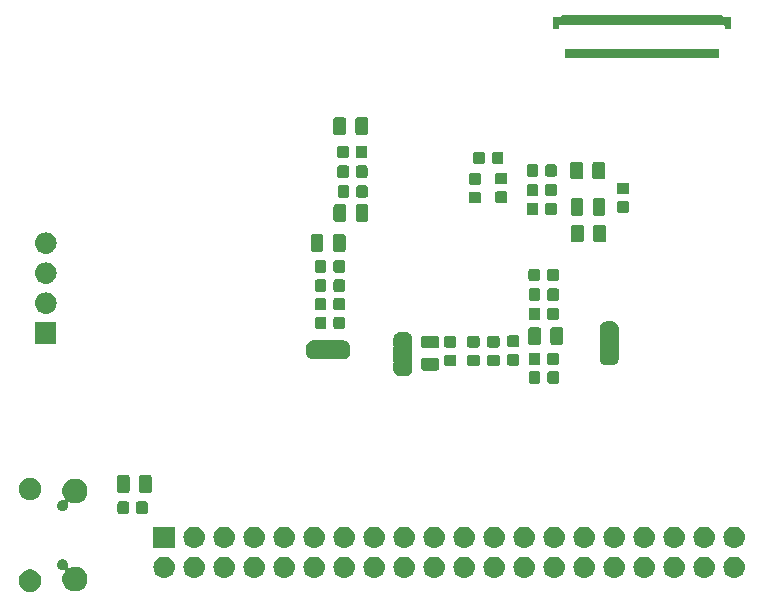
<source format=gbs>
G04 #@! TF.GenerationSoftware,KiCad,Pcbnew,5.1.0*
G04 #@! TF.CreationDate,2019-03-26T01:50:18+00:00*
G04 #@! TF.ProjectId,ESP32_K210,45535033-325f-44b3-9231-302e6b696361,rev?*
G04 #@! TF.SameCoordinates,Original*
G04 #@! TF.FileFunction,Soldermask,Bot*
G04 #@! TF.FilePolarity,Negative*
%FSLAX46Y46*%
G04 Gerber Fmt 4.6, Leading zero omitted, Abs format (unit mm)*
G04 Created by KiCad (PCBNEW 5.1.0) date 2019-03-26 01:50:18*
%MOMM*%
%LPD*%
G04 APERTURE LIST*
%ADD10C,0.100000*%
G04 APERTURE END LIST*
D10*
G36*
X116691395Y-124804346D02*
G01*
X116864466Y-124876034D01*
X116864467Y-124876035D01*
X117020227Y-124980110D01*
X117152690Y-125112573D01*
X117152691Y-125112575D01*
X117256766Y-125268334D01*
X117328454Y-125441405D01*
X117365000Y-125625133D01*
X117365000Y-125812467D01*
X117328454Y-125996195D01*
X117256766Y-126169266D01*
X117256765Y-126169267D01*
X117152690Y-126325027D01*
X117020227Y-126457490D01*
X116956331Y-126500184D01*
X116864466Y-126561566D01*
X116691395Y-126633254D01*
X116507667Y-126669800D01*
X116320333Y-126669800D01*
X116136605Y-126633254D01*
X115963534Y-126561566D01*
X115871669Y-126500184D01*
X115807773Y-126457490D01*
X115675310Y-126325027D01*
X115571235Y-126169267D01*
X115571234Y-126169266D01*
X115499546Y-125996195D01*
X115463000Y-125812467D01*
X115463000Y-125625133D01*
X115499546Y-125441405D01*
X115571234Y-125268334D01*
X115675309Y-125112575D01*
X115675310Y-125112573D01*
X115807773Y-124980110D01*
X115963533Y-124876035D01*
X115963534Y-124876034D01*
X116136605Y-124804346D01*
X116320333Y-124767800D01*
X116507667Y-124767800D01*
X116691395Y-124804346D01*
X116691395Y-124804346D01*
G37*
G36*
X119295552Y-123910131D02*
G01*
X119377627Y-123944128D01*
X119377629Y-123944129D01*
X119414813Y-123968975D01*
X119451495Y-123993485D01*
X119514315Y-124056305D01*
X119563672Y-124130173D01*
X119597669Y-124212248D01*
X119615000Y-124299379D01*
X119615000Y-124388221D01*
X119597521Y-124476094D01*
X119595119Y-124500480D01*
X119597521Y-124524866D01*
X119604634Y-124548315D01*
X119616185Y-124569926D01*
X119631730Y-124588868D01*
X119650672Y-124604413D01*
X119672283Y-124615964D01*
X119695732Y-124623077D01*
X119720118Y-124625479D01*
X119744504Y-124623077D01*
X119767953Y-124615964D01*
X119907435Y-124558189D01*
X120110484Y-124517800D01*
X120317516Y-124517800D01*
X120520564Y-124558189D01*
X120697060Y-124631296D01*
X120711835Y-124637416D01*
X120883973Y-124752435D01*
X121030365Y-124898827D01*
X121084677Y-124980110D01*
X121145385Y-125070967D01*
X121224611Y-125262236D01*
X121265000Y-125465284D01*
X121265000Y-125672316D01*
X121224611Y-125875364D01*
X121174561Y-125996195D01*
X121145384Y-126066635D01*
X121030365Y-126238773D01*
X120883973Y-126385165D01*
X120711835Y-126500184D01*
X120711834Y-126500185D01*
X120711833Y-126500185D01*
X120520564Y-126579411D01*
X120317516Y-126619800D01*
X120110484Y-126619800D01*
X119907436Y-126579411D01*
X119716167Y-126500185D01*
X119716166Y-126500185D01*
X119716165Y-126500184D01*
X119544027Y-126385165D01*
X119397635Y-126238773D01*
X119282616Y-126066635D01*
X119253439Y-125996195D01*
X119203389Y-125875364D01*
X119163000Y-125672316D01*
X119163000Y-125465284D01*
X119203389Y-125262236D01*
X119282615Y-125070967D01*
X119339144Y-124986365D01*
X119350695Y-124964754D01*
X119357808Y-124941305D01*
X119360210Y-124916919D01*
X119357808Y-124892533D01*
X119350695Y-124869084D01*
X119339144Y-124847473D01*
X119323599Y-124828531D01*
X119304657Y-124812986D01*
X119283046Y-124801435D01*
X119259597Y-124794322D01*
X119235211Y-124791920D01*
X119210829Y-124794321D01*
X119208420Y-124794800D01*
X119119579Y-124794800D01*
X119032448Y-124777469D01*
X118950373Y-124743472D01*
X118950372Y-124743472D01*
X118950371Y-124743471D01*
X118876504Y-124694114D01*
X118813686Y-124631296D01*
X118764329Y-124557429D01*
X118747914Y-124517800D01*
X118730331Y-124475352D01*
X118713000Y-124388221D01*
X118713000Y-124299379D01*
X118730331Y-124212248D01*
X118764328Y-124130173D01*
X118813685Y-124056305D01*
X118876505Y-123993485D01*
X118913187Y-123968975D01*
X118950371Y-123944129D01*
X118950373Y-123944128D01*
X119032448Y-123910131D01*
X119119579Y-123892800D01*
X119208421Y-123892800D01*
X119295552Y-123910131D01*
X119295552Y-123910131D01*
G37*
G36*
X171052443Y-123692519D02*
G01*
X171118627Y-123699037D01*
X171288466Y-123750557D01*
X171444991Y-123834222D01*
X171480729Y-123863552D01*
X171582186Y-123946814D01*
X171665448Y-124048271D01*
X171694778Y-124084009D01*
X171778443Y-124240534D01*
X171829963Y-124410373D01*
X171847359Y-124587000D01*
X171829963Y-124763627D01*
X171778443Y-124933466D01*
X171694778Y-125089991D01*
X171665448Y-125125729D01*
X171582186Y-125227186D01*
X171480729Y-125310448D01*
X171444991Y-125339778D01*
X171288466Y-125423443D01*
X171118627Y-125474963D01*
X171052442Y-125481482D01*
X170986260Y-125488000D01*
X170897740Y-125488000D01*
X170831558Y-125481482D01*
X170765373Y-125474963D01*
X170595534Y-125423443D01*
X170439009Y-125339778D01*
X170403271Y-125310448D01*
X170301814Y-125227186D01*
X170218552Y-125125729D01*
X170189222Y-125089991D01*
X170105557Y-124933466D01*
X170054037Y-124763627D01*
X170036641Y-124587000D01*
X170054037Y-124410373D01*
X170105557Y-124240534D01*
X170189222Y-124084009D01*
X170218552Y-124048271D01*
X170301814Y-123946814D01*
X170403271Y-123863552D01*
X170439009Y-123834222D01*
X170595534Y-123750557D01*
X170765373Y-123699037D01*
X170831557Y-123692519D01*
X170897740Y-123686000D01*
X170986260Y-123686000D01*
X171052443Y-123692519D01*
X171052443Y-123692519D01*
G37*
G36*
X168512443Y-123692519D02*
G01*
X168578627Y-123699037D01*
X168748466Y-123750557D01*
X168904991Y-123834222D01*
X168940729Y-123863552D01*
X169042186Y-123946814D01*
X169125448Y-124048271D01*
X169154778Y-124084009D01*
X169238443Y-124240534D01*
X169289963Y-124410373D01*
X169307359Y-124587000D01*
X169289963Y-124763627D01*
X169238443Y-124933466D01*
X169154778Y-125089991D01*
X169125448Y-125125729D01*
X169042186Y-125227186D01*
X168940729Y-125310448D01*
X168904991Y-125339778D01*
X168748466Y-125423443D01*
X168578627Y-125474963D01*
X168512442Y-125481482D01*
X168446260Y-125488000D01*
X168357740Y-125488000D01*
X168291558Y-125481482D01*
X168225373Y-125474963D01*
X168055534Y-125423443D01*
X167899009Y-125339778D01*
X167863271Y-125310448D01*
X167761814Y-125227186D01*
X167678552Y-125125729D01*
X167649222Y-125089991D01*
X167565557Y-124933466D01*
X167514037Y-124763627D01*
X167496641Y-124587000D01*
X167514037Y-124410373D01*
X167565557Y-124240534D01*
X167649222Y-124084009D01*
X167678552Y-124048271D01*
X167761814Y-123946814D01*
X167863271Y-123863552D01*
X167899009Y-123834222D01*
X168055534Y-123750557D01*
X168225373Y-123699037D01*
X168291557Y-123692519D01*
X168357740Y-123686000D01*
X168446260Y-123686000D01*
X168512443Y-123692519D01*
X168512443Y-123692519D01*
G37*
G36*
X165972443Y-123692519D02*
G01*
X166038627Y-123699037D01*
X166208466Y-123750557D01*
X166364991Y-123834222D01*
X166400729Y-123863552D01*
X166502186Y-123946814D01*
X166585448Y-124048271D01*
X166614778Y-124084009D01*
X166698443Y-124240534D01*
X166749963Y-124410373D01*
X166767359Y-124587000D01*
X166749963Y-124763627D01*
X166698443Y-124933466D01*
X166614778Y-125089991D01*
X166585448Y-125125729D01*
X166502186Y-125227186D01*
X166400729Y-125310448D01*
X166364991Y-125339778D01*
X166208466Y-125423443D01*
X166038627Y-125474963D01*
X165972442Y-125481482D01*
X165906260Y-125488000D01*
X165817740Y-125488000D01*
X165751558Y-125481482D01*
X165685373Y-125474963D01*
X165515534Y-125423443D01*
X165359009Y-125339778D01*
X165323271Y-125310448D01*
X165221814Y-125227186D01*
X165138552Y-125125729D01*
X165109222Y-125089991D01*
X165025557Y-124933466D01*
X164974037Y-124763627D01*
X164956641Y-124587000D01*
X164974037Y-124410373D01*
X165025557Y-124240534D01*
X165109222Y-124084009D01*
X165138552Y-124048271D01*
X165221814Y-123946814D01*
X165323271Y-123863552D01*
X165359009Y-123834222D01*
X165515534Y-123750557D01*
X165685373Y-123699037D01*
X165751557Y-123692519D01*
X165817740Y-123686000D01*
X165906260Y-123686000D01*
X165972443Y-123692519D01*
X165972443Y-123692519D01*
G37*
G36*
X163432443Y-123692519D02*
G01*
X163498627Y-123699037D01*
X163668466Y-123750557D01*
X163824991Y-123834222D01*
X163860729Y-123863552D01*
X163962186Y-123946814D01*
X164045448Y-124048271D01*
X164074778Y-124084009D01*
X164158443Y-124240534D01*
X164209963Y-124410373D01*
X164227359Y-124587000D01*
X164209963Y-124763627D01*
X164158443Y-124933466D01*
X164074778Y-125089991D01*
X164045448Y-125125729D01*
X163962186Y-125227186D01*
X163860729Y-125310448D01*
X163824991Y-125339778D01*
X163668466Y-125423443D01*
X163498627Y-125474963D01*
X163432442Y-125481482D01*
X163366260Y-125488000D01*
X163277740Y-125488000D01*
X163211558Y-125481482D01*
X163145373Y-125474963D01*
X162975534Y-125423443D01*
X162819009Y-125339778D01*
X162783271Y-125310448D01*
X162681814Y-125227186D01*
X162598552Y-125125729D01*
X162569222Y-125089991D01*
X162485557Y-124933466D01*
X162434037Y-124763627D01*
X162416641Y-124587000D01*
X162434037Y-124410373D01*
X162485557Y-124240534D01*
X162569222Y-124084009D01*
X162598552Y-124048271D01*
X162681814Y-123946814D01*
X162783271Y-123863552D01*
X162819009Y-123834222D01*
X162975534Y-123750557D01*
X163145373Y-123699037D01*
X163211557Y-123692519D01*
X163277740Y-123686000D01*
X163366260Y-123686000D01*
X163432443Y-123692519D01*
X163432443Y-123692519D01*
G37*
G36*
X160892443Y-123692519D02*
G01*
X160958627Y-123699037D01*
X161128466Y-123750557D01*
X161284991Y-123834222D01*
X161320729Y-123863552D01*
X161422186Y-123946814D01*
X161505448Y-124048271D01*
X161534778Y-124084009D01*
X161618443Y-124240534D01*
X161669963Y-124410373D01*
X161687359Y-124587000D01*
X161669963Y-124763627D01*
X161618443Y-124933466D01*
X161534778Y-125089991D01*
X161505448Y-125125729D01*
X161422186Y-125227186D01*
X161320729Y-125310448D01*
X161284991Y-125339778D01*
X161128466Y-125423443D01*
X160958627Y-125474963D01*
X160892442Y-125481482D01*
X160826260Y-125488000D01*
X160737740Y-125488000D01*
X160671558Y-125481482D01*
X160605373Y-125474963D01*
X160435534Y-125423443D01*
X160279009Y-125339778D01*
X160243271Y-125310448D01*
X160141814Y-125227186D01*
X160058552Y-125125729D01*
X160029222Y-125089991D01*
X159945557Y-124933466D01*
X159894037Y-124763627D01*
X159876641Y-124587000D01*
X159894037Y-124410373D01*
X159945557Y-124240534D01*
X160029222Y-124084009D01*
X160058552Y-124048271D01*
X160141814Y-123946814D01*
X160243271Y-123863552D01*
X160279009Y-123834222D01*
X160435534Y-123750557D01*
X160605373Y-123699037D01*
X160671557Y-123692519D01*
X160737740Y-123686000D01*
X160826260Y-123686000D01*
X160892443Y-123692519D01*
X160892443Y-123692519D01*
G37*
G36*
X158352443Y-123692519D02*
G01*
X158418627Y-123699037D01*
X158588466Y-123750557D01*
X158744991Y-123834222D01*
X158780729Y-123863552D01*
X158882186Y-123946814D01*
X158965448Y-124048271D01*
X158994778Y-124084009D01*
X159078443Y-124240534D01*
X159129963Y-124410373D01*
X159147359Y-124587000D01*
X159129963Y-124763627D01*
X159078443Y-124933466D01*
X158994778Y-125089991D01*
X158965448Y-125125729D01*
X158882186Y-125227186D01*
X158780729Y-125310448D01*
X158744991Y-125339778D01*
X158588466Y-125423443D01*
X158418627Y-125474963D01*
X158352442Y-125481482D01*
X158286260Y-125488000D01*
X158197740Y-125488000D01*
X158131558Y-125481482D01*
X158065373Y-125474963D01*
X157895534Y-125423443D01*
X157739009Y-125339778D01*
X157703271Y-125310448D01*
X157601814Y-125227186D01*
X157518552Y-125125729D01*
X157489222Y-125089991D01*
X157405557Y-124933466D01*
X157354037Y-124763627D01*
X157336641Y-124587000D01*
X157354037Y-124410373D01*
X157405557Y-124240534D01*
X157489222Y-124084009D01*
X157518552Y-124048271D01*
X157601814Y-123946814D01*
X157703271Y-123863552D01*
X157739009Y-123834222D01*
X157895534Y-123750557D01*
X158065373Y-123699037D01*
X158131557Y-123692519D01*
X158197740Y-123686000D01*
X158286260Y-123686000D01*
X158352443Y-123692519D01*
X158352443Y-123692519D01*
G37*
G36*
X155812443Y-123692519D02*
G01*
X155878627Y-123699037D01*
X156048466Y-123750557D01*
X156204991Y-123834222D01*
X156240729Y-123863552D01*
X156342186Y-123946814D01*
X156425448Y-124048271D01*
X156454778Y-124084009D01*
X156538443Y-124240534D01*
X156589963Y-124410373D01*
X156607359Y-124587000D01*
X156589963Y-124763627D01*
X156538443Y-124933466D01*
X156454778Y-125089991D01*
X156425448Y-125125729D01*
X156342186Y-125227186D01*
X156240729Y-125310448D01*
X156204991Y-125339778D01*
X156048466Y-125423443D01*
X155878627Y-125474963D01*
X155812442Y-125481482D01*
X155746260Y-125488000D01*
X155657740Y-125488000D01*
X155591558Y-125481482D01*
X155525373Y-125474963D01*
X155355534Y-125423443D01*
X155199009Y-125339778D01*
X155163271Y-125310448D01*
X155061814Y-125227186D01*
X154978552Y-125125729D01*
X154949222Y-125089991D01*
X154865557Y-124933466D01*
X154814037Y-124763627D01*
X154796641Y-124587000D01*
X154814037Y-124410373D01*
X154865557Y-124240534D01*
X154949222Y-124084009D01*
X154978552Y-124048271D01*
X155061814Y-123946814D01*
X155163271Y-123863552D01*
X155199009Y-123834222D01*
X155355534Y-123750557D01*
X155525373Y-123699037D01*
X155591557Y-123692519D01*
X155657740Y-123686000D01*
X155746260Y-123686000D01*
X155812443Y-123692519D01*
X155812443Y-123692519D01*
G37*
G36*
X153272443Y-123692519D02*
G01*
X153338627Y-123699037D01*
X153508466Y-123750557D01*
X153664991Y-123834222D01*
X153700729Y-123863552D01*
X153802186Y-123946814D01*
X153885448Y-124048271D01*
X153914778Y-124084009D01*
X153998443Y-124240534D01*
X154049963Y-124410373D01*
X154067359Y-124587000D01*
X154049963Y-124763627D01*
X153998443Y-124933466D01*
X153914778Y-125089991D01*
X153885448Y-125125729D01*
X153802186Y-125227186D01*
X153700729Y-125310448D01*
X153664991Y-125339778D01*
X153508466Y-125423443D01*
X153338627Y-125474963D01*
X153272442Y-125481482D01*
X153206260Y-125488000D01*
X153117740Y-125488000D01*
X153051558Y-125481482D01*
X152985373Y-125474963D01*
X152815534Y-125423443D01*
X152659009Y-125339778D01*
X152623271Y-125310448D01*
X152521814Y-125227186D01*
X152438552Y-125125729D01*
X152409222Y-125089991D01*
X152325557Y-124933466D01*
X152274037Y-124763627D01*
X152256641Y-124587000D01*
X152274037Y-124410373D01*
X152325557Y-124240534D01*
X152409222Y-124084009D01*
X152438552Y-124048271D01*
X152521814Y-123946814D01*
X152623271Y-123863552D01*
X152659009Y-123834222D01*
X152815534Y-123750557D01*
X152985373Y-123699037D01*
X153051557Y-123692519D01*
X153117740Y-123686000D01*
X153206260Y-123686000D01*
X153272443Y-123692519D01*
X153272443Y-123692519D01*
G37*
G36*
X150732443Y-123692519D02*
G01*
X150798627Y-123699037D01*
X150968466Y-123750557D01*
X151124991Y-123834222D01*
X151160729Y-123863552D01*
X151262186Y-123946814D01*
X151345448Y-124048271D01*
X151374778Y-124084009D01*
X151458443Y-124240534D01*
X151509963Y-124410373D01*
X151527359Y-124587000D01*
X151509963Y-124763627D01*
X151458443Y-124933466D01*
X151374778Y-125089991D01*
X151345448Y-125125729D01*
X151262186Y-125227186D01*
X151160729Y-125310448D01*
X151124991Y-125339778D01*
X150968466Y-125423443D01*
X150798627Y-125474963D01*
X150732442Y-125481482D01*
X150666260Y-125488000D01*
X150577740Y-125488000D01*
X150511558Y-125481482D01*
X150445373Y-125474963D01*
X150275534Y-125423443D01*
X150119009Y-125339778D01*
X150083271Y-125310448D01*
X149981814Y-125227186D01*
X149898552Y-125125729D01*
X149869222Y-125089991D01*
X149785557Y-124933466D01*
X149734037Y-124763627D01*
X149716641Y-124587000D01*
X149734037Y-124410373D01*
X149785557Y-124240534D01*
X149869222Y-124084009D01*
X149898552Y-124048271D01*
X149981814Y-123946814D01*
X150083271Y-123863552D01*
X150119009Y-123834222D01*
X150275534Y-123750557D01*
X150445373Y-123699037D01*
X150511557Y-123692519D01*
X150577740Y-123686000D01*
X150666260Y-123686000D01*
X150732443Y-123692519D01*
X150732443Y-123692519D01*
G37*
G36*
X148192443Y-123692519D02*
G01*
X148258627Y-123699037D01*
X148428466Y-123750557D01*
X148584991Y-123834222D01*
X148620729Y-123863552D01*
X148722186Y-123946814D01*
X148805448Y-124048271D01*
X148834778Y-124084009D01*
X148918443Y-124240534D01*
X148969963Y-124410373D01*
X148987359Y-124587000D01*
X148969963Y-124763627D01*
X148918443Y-124933466D01*
X148834778Y-125089991D01*
X148805448Y-125125729D01*
X148722186Y-125227186D01*
X148620729Y-125310448D01*
X148584991Y-125339778D01*
X148428466Y-125423443D01*
X148258627Y-125474963D01*
X148192442Y-125481482D01*
X148126260Y-125488000D01*
X148037740Y-125488000D01*
X147971558Y-125481482D01*
X147905373Y-125474963D01*
X147735534Y-125423443D01*
X147579009Y-125339778D01*
X147543271Y-125310448D01*
X147441814Y-125227186D01*
X147358552Y-125125729D01*
X147329222Y-125089991D01*
X147245557Y-124933466D01*
X147194037Y-124763627D01*
X147176641Y-124587000D01*
X147194037Y-124410373D01*
X147245557Y-124240534D01*
X147329222Y-124084009D01*
X147358552Y-124048271D01*
X147441814Y-123946814D01*
X147543271Y-123863552D01*
X147579009Y-123834222D01*
X147735534Y-123750557D01*
X147905373Y-123699037D01*
X147971557Y-123692519D01*
X148037740Y-123686000D01*
X148126260Y-123686000D01*
X148192443Y-123692519D01*
X148192443Y-123692519D01*
G37*
G36*
X145652443Y-123692519D02*
G01*
X145718627Y-123699037D01*
X145888466Y-123750557D01*
X146044991Y-123834222D01*
X146080729Y-123863552D01*
X146182186Y-123946814D01*
X146265448Y-124048271D01*
X146294778Y-124084009D01*
X146378443Y-124240534D01*
X146429963Y-124410373D01*
X146447359Y-124587000D01*
X146429963Y-124763627D01*
X146378443Y-124933466D01*
X146294778Y-125089991D01*
X146265448Y-125125729D01*
X146182186Y-125227186D01*
X146080729Y-125310448D01*
X146044991Y-125339778D01*
X145888466Y-125423443D01*
X145718627Y-125474963D01*
X145652442Y-125481482D01*
X145586260Y-125488000D01*
X145497740Y-125488000D01*
X145431558Y-125481482D01*
X145365373Y-125474963D01*
X145195534Y-125423443D01*
X145039009Y-125339778D01*
X145003271Y-125310448D01*
X144901814Y-125227186D01*
X144818552Y-125125729D01*
X144789222Y-125089991D01*
X144705557Y-124933466D01*
X144654037Y-124763627D01*
X144636641Y-124587000D01*
X144654037Y-124410373D01*
X144705557Y-124240534D01*
X144789222Y-124084009D01*
X144818552Y-124048271D01*
X144901814Y-123946814D01*
X145003271Y-123863552D01*
X145039009Y-123834222D01*
X145195534Y-123750557D01*
X145365373Y-123699037D01*
X145431557Y-123692519D01*
X145497740Y-123686000D01*
X145586260Y-123686000D01*
X145652443Y-123692519D01*
X145652443Y-123692519D01*
G37*
G36*
X143112443Y-123692519D02*
G01*
X143178627Y-123699037D01*
X143348466Y-123750557D01*
X143504991Y-123834222D01*
X143540729Y-123863552D01*
X143642186Y-123946814D01*
X143725448Y-124048271D01*
X143754778Y-124084009D01*
X143838443Y-124240534D01*
X143889963Y-124410373D01*
X143907359Y-124587000D01*
X143889963Y-124763627D01*
X143838443Y-124933466D01*
X143754778Y-125089991D01*
X143725448Y-125125729D01*
X143642186Y-125227186D01*
X143540729Y-125310448D01*
X143504991Y-125339778D01*
X143348466Y-125423443D01*
X143178627Y-125474963D01*
X143112442Y-125481482D01*
X143046260Y-125488000D01*
X142957740Y-125488000D01*
X142891558Y-125481482D01*
X142825373Y-125474963D01*
X142655534Y-125423443D01*
X142499009Y-125339778D01*
X142463271Y-125310448D01*
X142361814Y-125227186D01*
X142278552Y-125125729D01*
X142249222Y-125089991D01*
X142165557Y-124933466D01*
X142114037Y-124763627D01*
X142096641Y-124587000D01*
X142114037Y-124410373D01*
X142165557Y-124240534D01*
X142249222Y-124084009D01*
X142278552Y-124048271D01*
X142361814Y-123946814D01*
X142463271Y-123863552D01*
X142499009Y-123834222D01*
X142655534Y-123750557D01*
X142825373Y-123699037D01*
X142891557Y-123692519D01*
X142957740Y-123686000D01*
X143046260Y-123686000D01*
X143112443Y-123692519D01*
X143112443Y-123692519D01*
G37*
G36*
X140572443Y-123692519D02*
G01*
X140638627Y-123699037D01*
X140808466Y-123750557D01*
X140964991Y-123834222D01*
X141000729Y-123863552D01*
X141102186Y-123946814D01*
X141185448Y-124048271D01*
X141214778Y-124084009D01*
X141298443Y-124240534D01*
X141349963Y-124410373D01*
X141367359Y-124587000D01*
X141349963Y-124763627D01*
X141298443Y-124933466D01*
X141214778Y-125089991D01*
X141185448Y-125125729D01*
X141102186Y-125227186D01*
X141000729Y-125310448D01*
X140964991Y-125339778D01*
X140808466Y-125423443D01*
X140638627Y-125474963D01*
X140572442Y-125481482D01*
X140506260Y-125488000D01*
X140417740Y-125488000D01*
X140351558Y-125481482D01*
X140285373Y-125474963D01*
X140115534Y-125423443D01*
X139959009Y-125339778D01*
X139923271Y-125310448D01*
X139821814Y-125227186D01*
X139738552Y-125125729D01*
X139709222Y-125089991D01*
X139625557Y-124933466D01*
X139574037Y-124763627D01*
X139556641Y-124587000D01*
X139574037Y-124410373D01*
X139625557Y-124240534D01*
X139709222Y-124084009D01*
X139738552Y-124048271D01*
X139821814Y-123946814D01*
X139923271Y-123863552D01*
X139959009Y-123834222D01*
X140115534Y-123750557D01*
X140285373Y-123699037D01*
X140351557Y-123692519D01*
X140417740Y-123686000D01*
X140506260Y-123686000D01*
X140572443Y-123692519D01*
X140572443Y-123692519D01*
G37*
G36*
X138032443Y-123692519D02*
G01*
X138098627Y-123699037D01*
X138268466Y-123750557D01*
X138424991Y-123834222D01*
X138460729Y-123863552D01*
X138562186Y-123946814D01*
X138645448Y-124048271D01*
X138674778Y-124084009D01*
X138758443Y-124240534D01*
X138809963Y-124410373D01*
X138827359Y-124587000D01*
X138809963Y-124763627D01*
X138758443Y-124933466D01*
X138674778Y-125089991D01*
X138645448Y-125125729D01*
X138562186Y-125227186D01*
X138460729Y-125310448D01*
X138424991Y-125339778D01*
X138268466Y-125423443D01*
X138098627Y-125474963D01*
X138032442Y-125481482D01*
X137966260Y-125488000D01*
X137877740Y-125488000D01*
X137811558Y-125481482D01*
X137745373Y-125474963D01*
X137575534Y-125423443D01*
X137419009Y-125339778D01*
X137383271Y-125310448D01*
X137281814Y-125227186D01*
X137198552Y-125125729D01*
X137169222Y-125089991D01*
X137085557Y-124933466D01*
X137034037Y-124763627D01*
X137016641Y-124587000D01*
X137034037Y-124410373D01*
X137085557Y-124240534D01*
X137169222Y-124084009D01*
X137198552Y-124048271D01*
X137281814Y-123946814D01*
X137383271Y-123863552D01*
X137419009Y-123834222D01*
X137575534Y-123750557D01*
X137745373Y-123699037D01*
X137811557Y-123692519D01*
X137877740Y-123686000D01*
X137966260Y-123686000D01*
X138032443Y-123692519D01*
X138032443Y-123692519D01*
G37*
G36*
X135492443Y-123692519D02*
G01*
X135558627Y-123699037D01*
X135728466Y-123750557D01*
X135884991Y-123834222D01*
X135920729Y-123863552D01*
X136022186Y-123946814D01*
X136105448Y-124048271D01*
X136134778Y-124084009D01*
X136218443Y-124240534D01*
X136269963Y-124410373D01*
X136287359Y-124587000D01*
X136269963Y-124763627D01*
X136218443Y-124933466D01*
X136134778Y-125089991D01*
X136105448Y-125125729D01*
X136022186Y-125227186D01*
X135920729Y-125310448D01*
X135884991Y-125339778D01*
X135728466Y-125423443D01*
X135558627Y-125474963D01*
X135492442Y-125481482D01*
X135426260Y-125488000D01*
X135337740Y-125488000D01*
X135271558Y-125481482D01*
X135205373Y-125474963D01*
X135035534Y-125423443D01*
X134879009Y-125339778D01*
X134843271Y-125310448D01*
X134741814Y-125227186D01*
X134658552Y-125125729D01*
X134629222Y-125089991D01*
X134545557Y-124933466D01*
X134494037Y-124763627D01*
X134476641Y-124587000D01*
X134494037Y-124410373D01*
X134545557Y-124240534D01*
X134629222Y-124084009D01*
X134658552Y-124048271D01*
X134741814Y-123946814D01*
X134843271Y-123863552D01*
X134879009Y-123834222D01*
X135035534Y-123750557D01*
X135205373Y-123699037D01*
X135271557Y-123692519D01*
X135337740Y-123686000D01*
X135426260Y-123686000D01*
X135492443Y-123692519D01*
X135492443Y-123692519D01*
G37*
G36*
X132952443Y-123692519D02*
G01*
X133018627Y-123699037D01*
X133188466Y-123750557D01*
X133344991Y-123834222D01*
X133380729Y-123863552D01*
X133482186Y-123946814D01*
X133565448Y-124048271D01*
X133594778Y-124084009D01*
X133678443Y-124240534D01*
X133729963Y-124410373D01*
X133747359Y-124587000D01*
X133729963Y-124763627D01*
X133678443Y-124933466D01*
X133594778Y-125089991D01*
X133565448Y-125125729D01*
X133482186Y-125227186D01*
X133380729Y-125310448D01*
X133344991Y-125339778D01*
X133188466Y-125423443D01*
X133018627Y-125474963D01*
X132952442Y-125481482D01*
X132886260Y-125488000D01*
X132797740Y-125488000D01*
X132731558Y-125481482D01*
X132665373Y-125474963D01*
X132495534Y-125423443D01*
X132339009Y-125339778D01*
X132303271Y-125310448D01*
X132201814Y-125227186D01*
X132118552Y-125125729D01*
X132089222Y-125089991D01*
X132005557Y-124933466D01*
X131954037Y-124763627D01*
X131936641Y-124587000D01*
X131954037Y-124410373D01*
X132005557Y-124240534D01*
X132089222Y-124084009D01*
X132118552Y-124048271D01*
X132201814Y-123946814D01*
X132303271Y-123863552D01*
X132339009Y-123834222D01*
X132495534Y-123750557D01*
X132665373Y-123699037D01*
X132731557Y-123692519D01*
X132797740Y-123686000D01*
X132886260Y-123686000D01*
X132952443Y-123692519D01*
X132952443Y-123692519D01*
G37*
G36*
X130412443Y-123692519D02*
G01*
X130478627Y-123699037D01*
X130648466Y-123750557D01*
X130804991Y-123834222D01*
X130840729Y-123863552D01*
X130942186Y-123946814D01*
X131025448Y-124048271D01*
X131054778Y-124084009D01*
X131138443Y-124240534D01*
X131189963Y-124410373D01*
X131207359Y-124587000D01*
X131189963Y-124763627D01*
X131138443Y-124933466D01*
X131054778Y-125089991D01*
X131025448Y-125125729D01*
X130942186Y-125227186D01*
X130840729Y-125310448D01*
X130804991Y-125339778D01*
X130648466Y-125423443D01*
X130478627Y-125474963D01*
X130412442Y-125481482D01*
X130346260Y-125488000D01*
X130257740Y-125488000D01*
X130191558Y-125481482D01*
X130125373Y-125474963D01*
X129955534Y-125423443D01*
X129799009Y-125339778D01*
X129763271Y-125310448D01*
X129661814Y-125227186D01*
X129578552Y-125125729D01*
X129549222Y-125089991D01*
X129465557Y-124933466D01*
X129414037Y-124763627D01*
X129396641Y-124587000D01*
X129414037Y-124410373D01*
X129465557Y-124240534D01*
X129549222Y-124084009D01*
X129578552Y-124048271D01*
X129661814Y-123946814D01*
X129763271Y-123863552D01*
X129799009Y-123834222D01*
X129955534Y-123750557D01*
X130125373Y-123699037D01*
X130191557Y-123692519D01*
X130257740Y-123686000D01*
X130346260Y-123686000D01*
X130412443Y-123692519D01*
X130412443Y-123692519D01*
G37*
G36*
X176132443Y-123692519D02*
G01*
X176198627Y-123699037D01*
X176368466Y-123750557D01*
X176524991Y-123834222D01*
X176560729Y-123863552D01*
X176662186Y-123946814D01*
X176745448Y-124048271D01*
X176774778Y-124084009D01*
X176858443Y-124240534D01*
X176909963Y-124410373D01*
X176927359Y-124587000D01*
X176909963Y-124763627D01*
X176858443Y-124933466D01*
X176774778Y-125089991D01*
X176745448Y-125125729D01*
X176662186Y-125227186D01*
X176560729Y-125310448D01*
X176524991Y-125339778D01*
X176368466Y-125423443D01*
X176198627Y-125474963D01*
X176132442Y-125481482D01*
X176066260Y-125488000D01*
X175977740Y-125488000D01*
X175911558Y-125481482D01*
X175845373Y-125474963D01*
X175675534Y-125423443D01*
X175519009Y-125339778D01*
X175483271Y-125310448D01*
X175381814Y-125227186D01*
X175298552Y-125125729D01*
X175269222Y-125089991D01*
X175185557Y-124933466D01*
X175134037Y-124763627D01*
X175116641Y-124587000D01*
X175134037Y-124410373D01*
X175185557Y-124240534D01*
X175269222Y-124084009D01*
X175298552Y-124048271D01*
X175381814Y-123946814D01*
X175483271Y-123863552D01*
X175519009Y-123834222D01*
X175675534Y-123750557D01*
X175845373Y-123699037D01*
X175911557Y-123692519D01*
X175977740Y-123686000D01*
X176066260Y-123686000D01*
X176132443Y-123692519D01*
X176132443Y-123692519D01*
G37*
G36*
X127872443Y-123692519D02*
G01*
X127938627Y-123699037D01*
X128108466Y-123750557D01*
X128264991Y-123834222D01*
X128300729Y-123863552D01*
X128402186Y-123946814D01*
X128485448Y-124048271D01*
X128514778Y-124084009D01*
X128598443Y-124240534D01*
X128649963Y-124410373D01*
X128667359Y-124587000D01*
X128649963Y-124763627D01*
X128598443Y-124933466D01*
X128514778Y-125089991D01*
X128485448Y-125125729D01*
X128402186Y-125227186D01*
X128300729Y-125310448D01*
X128264991Y-125339778D01*
X128108466Y-125423443D01*
X127938627Y-125474963D01*
X127872442Y-125481482D01*
X127806260Y-125488000D01*
X127717740Y-125488000D01*
X127651558Y-125481482D01*
X127585373Y-125474963D01*
X127415534Y-125423443D01*
X127259009Y-125339778D01*
X127223271Y-125310448D01*
X127121814Y-125227186D01*
X127038552Y-125125729D01*
X127009222Y-125089991D01*
X126925557Y-124933466D01*
X126874037Y-124763627D01*
X126856641Y-124587000D01*
X126874037Y-124410373D01*
X126925557Y-124240534D01*
X127009222Y-124084009D01*
X127038552Y-124048271D01*
X127121814Y-123946814D01*
X127223271Y-123863552D01*
X127259009Y-123834222D01*
X127415534Y-123750557D01*
X127585373Y-123699037D01*
X127651557Y-123692519D01*
X127717740Y-123686000D01*
X127806260Y-123686000D01*
X127872443Y-123692519D01*
X127872443Y-123692519D01*
G37*
G36*
X173592443Y-123692519D02*
G01*
X173658627Y-123699037D01*
X173828466Y-123750557D01*
X173984991Y-123834222D01*
X174020729Y-123863552D01*
X174122186Y-123946814D01*
X174205448Y-124048271D01*
X174234778Y-124084009D01*
X174318443Y-124240534D01*
X174369963Y-124410373D01*
X174387359Y-124587000D01*
X174369963Y-124763627D01*
X174318443Y-124933466D01*
X174234778Y-125089991D01*
X174205448Y-125125729D01*
X174122186Y-125227186D01*
X174020729Y-125310448D01*
X173984991Y-125339778D01*
X173828466Y-125423443D01*
X173658627Y-125474963D01*
X173592442Y-125481482D01*
X173526260Y-125488000D01*
X173437740Y-125488000D01*
X173371558Y-125481482D01*
X173305373Y-125474963D01*
X173135534Y-125423443D01*
X172979009Y-125339778D01*
X172943271Y-125310448D01*
X172841814Y-125227186D01*
X172758552Y-125125729D01*
X172729222Y-125089991D01*
X172645557Y-124933466D01*
X172594037Y-124763627D01*
X172576641Y-124587000D01*
X172594037Y-124410373D01*
X172645557Y-124240534D01*
X172729222Y-124084009D01*
X172758552Y-124048271D01*
X172841814Y-123946814D01*
X172943271Y-123863552D01*
X172979009Y-123834222D01*
X173135534Y-123750557D01*
X173305373Y-123699037D01*
X173371557Y-123692519D01*
X173437740Y-123686000D01*
X173526260Y-123686000D01*
X173592443Y-123692519D01*
X173592443Y-123692519D01*
G37*
G36*
X171052443Y-121152519D02*
G01*
X171118627Y-121159037D01*
X171288466Y-121210557D01*
X171444991Y-121294222D01*
X171480729Y-121323552D01*
X171582186Y-121406814D01*
X171665448Y-121508271D01*
X171694778Y-121544009D01*
X171778443Y-121700534D01*
X171829963Y-121870373D01*
X171847359Y-122047000D01*
X171829963Y-122223627D01*
X171778443Y-122393466D01*
X171694778Y-122549991D01*
X171665448Y-122585729D01*
X171582186Y-122687186D01*
X171480729Y-122770448D01*
X171444991Y-122799778D01*
X171288466Y-122883443D01*
X171118627Y-122934963D01*
X171052442Y-122941482D01*
X170986260Y-122948000D01*
X170897740Y-122948000D01*
X170831558Y-122941482D01*
X170765373Y-122934963D01*
X170595534Y-122883443D01*
X170439009Y-122799778D01*
X170403271Y-122770448D01*
X170301814Y-122687186D01*
X170218552Y-122585729D01*
X170189222Y-122549991D01*
X170105557Y-122393466D01*
X170054037Y-122223627D01*
X170036641Y-122047000D01*
X170054037Y-121870373D01*
X170105557Y-121700534D01*
X170189222Y-121544009D01*
X170218552Y-121508271D01*
X170301814Y-121406814D01*
X170403271Y-121323552D01*
X170439009Y-121294222D01*
X170595534Y-121210557D01*
X170765373Y-121159037D01*
X170831557Y-121152519D01*
X170897740Y-121146000D01*
X170986260Y-121146000D01*
X171052443Y-121152519D01*
X171052443Y-121152519D01*
G37*
G36*
X168512443Y-121152519D02*
G01*
X168578627Y-121159037D01*
X168748466Y-121210557D01*
X168904991Y-121294222D01*
X168940729Y-121323552D01*
X169042186Y-121406814D01*
X169125448Y-121508271D01*
X169154778Y-121544009D01*
X169238443Y-121700534D01*
X169289963Y-121870373D01*
X169307359Y-122047000D01*
X169289963Y-122223627D01*
X169238443Y-122393466D01*
X169154778Y-122549991D01*
X169125448Y-122585729D01*
X169042186Y-122687186D01*
X168940729Y-122770448D01*
X168904991Y-122799778D01*
X168748466Y-122883443D01*
X168578627Y-122934963D01*
X168512442Y-122941482D01*
X168446260Y-122948000D01*
X168357740Y-122948000D01*
X168291558Y-122941482D01*
X168225373Y-122934963D01*
X168055534Y-122883443D01*
X167899009Y-122799778D01*
X167863271Y-122770448D01*
X167761814Y-122687186D01*
X167678552Y-122585729D01*
X167649222Y-122549991D01*
X167565557Y-122393466D01*
X167514037Y-122223627D01*
X167496641Y-122047000D01*
X167514037Y-121870373D01*
X167565557Y-121700534D01*
X167649222Y-121544009D01*
X167678552Y-121508271D01*
X167761814Y-121406814D01*
X167863271Y-121323552D01*
X167899009Y-121294222D01*
X168055534Y-121210557D01*
X168225373Y-121159037D01*
X168291557Y-121152519D01*
X168357740Y-121146000D01*
X168446260Y-121146000D01*
X168512443Y-121152519D01*
X168512443Y-121152519D01*
G37*
G36*
X130412443Y-121152519D02*
G01*
X130478627Y-121159037D01*
X130648466Y-121210557D01*
X130804991Y-121294222D01*
X130840729Y-121323552D01*
X130942186Y-121406814D01*
X131025448Y-121508271D01*
X131054778Y-121544009D01*
X131138443Y-121700534D01*
X131189963Y-121870373D01*
X131207359Y-122047000D01*
X131189963Y-122223627D01*
X131138443Y-122393466D01*
X131054778Y-122549991D01*
X131025448Y-122585729D01*
X130942186Y-122687186D01*
X130840729Y-122770448D01*
X130804991Y-122799778D01*
X130648466Y-122883443D01*
X130478627Y-122934963D01*
X130412442Y-122941482D01*
X130346260Y-122948000D01*
X130257740Y-122948000D01*
X130191558Y-122941482D01*
X130125373Y-122934963D01*
X129955534Y-122883443D01*
X129799009Y-122799778D01*
X129763271Y-122770448D01*
X129661814Y-122687186D01*
X129578552Y-122585729D01*
X129549222Y-122549991D01*
X129465557Y-122393466D01*
X129414037Y-122223627D01*
X129396641Y-122047000D01*
X129414037Y-121870373D01*
X129465557Y-121700534D01*
X129549222Y-121544009D01*
X129578552Y-121508271D01*
X129661814Y-121406814D01*
X129763271Y-121323552D01*
X129799009Y-121294222D01*
X129955534Y-121210557D01*
X130125373Y-121159037D01*
X130191557Y-121152519D01*
X130257740Y-121146000D01*
X130346260Y-121146000D01*
X130412443Y-121152519D01*
X130412443Y-121152519D01*
G37*
G36*
X128663000Y-122948000D02*
G01*
X126861000Y-122948000D01*
X126861000Y-121146000D01*
X128663000Y-121146000D01*
X128663000Y-122948000D01*
X128663000Y-122948000D01*
G37*
G36*
X176132443Y-121152519D02*
G01*
X176198627Y-121159037D01*
X176368466Y-121210557D01*
X176524991Y-121294222D01*
X176560729Y-121323552D01*
X176662186Y-121406814D01*
X176745448Y-121508271D01*
X176774778Y-121544009D01*
X176858443Y-121700534D01*
X176909963Y-121870373D01*
X176927359Y-122047000D01*
X176909963Y-122223627D01*
X176858443Y-122393466D01*
X176774778Y-122549991D01*
X176745448Y-122585729D01*
X176662186Y-122687186D01*
X176560729Y-122770448D01*
X176524991Y-122799778D01*
X176368466Y-122883443D01*
X176198627Y-122934963D01*
X176132442Y-122941482D01*
X176066260Y-122948000D01*
X175977740Y-122948000D01*
X175911558Y-122941482D01*
X175845373Y-122934963D01*
X175675534Y-122883443D01*
X175519009Y-122799778D01*
X175483271Y-122770448D01*
X175381814Y-122687186D01*
X175298552Y-122585729D01*
X175269222Y-122549991D01*
X175185557Y-122393466D01*
X175134037Y-122223627D01*
X175116641Y-122047000D01*
X175134037Y-121870373D01*
X175185557Y-121700534D01*
X175269222Y-121544009D01*
X175298552Y-121508271D01*
X175381814Y-121406814D01*
X175483271Y-121323552D01*
X175519009Y-121294222D01*
X175675534Y-121210557D01*
X175845373Y-121159037D01*
X175911557Y-121152519D01*
X175977740Y-121146000D01*
X176066260Y-121146000D01*
X176132443Y-121152519D01*
X176132443Y-121152519D01*
G37*
G36*
X173592443Y-121152519D02*
G01*
X173658627Y-121159037D01*
X173828466Y-121210557D01*
X173984991Y-121294222D01*
X174020729Y-121323552D01*
X174122186Y-121406814D01*
X174205448Y-121508271D01*
X174234778Y-121544009D01*
X174318443Y-121700534D01*
X174369963Y-121870373D01*
X174387359Y-122047000D01*
X174369963Y-122223627D01*
X174318443Y-122393466D01*
X174234778Y-122549991D01*
X174205448Y-122585729D01*
X174122186Y-122687186D01*
X174020729Y-122770448D01*
X173984991Y-122799778D01*
X173828466Y-122883443D01*
X173658627Y-122934963D01*
X173592442Y-122941482D01*
X173526260Y-122948000D01*
X173437740Y-122948000D01*
X173371558Y-122941482D01*
X173305373Y-122934963D01*
X173135534Y-122883443D01*
X172979009Y-122799778D01*
X172943271Y-122770448D01*
X172841814Y-122687186D01*
X172758552Y-122585729D01*
X172729222Y-122549991D01*
X172645557Y-122393466D01*
X172594037Y-122223627D01*
X172576641Y-122047000D01*
X172594037Y-121870373D01*
X172645557Y-121700534D01*
X172729222Y-121544009D01*
X172758552Y-121508271D01*
X172841814Y-121406814D01*
X172943271Y-121323552D01*
X172979009Y-121294222D01*
X173135534Y-121210557D01*
X173305373Y-121159037D01*
X173371557Y-121152519D01*
X173437740Y-121146000D01*
X173526260Y-121146000D01*
X173592443Y-121152519D01*
X173592443Y-121152519D01*
G37*
G36*
X165972443Y-121152519D02*
G01*
X166038627Y-121159037D01*
X166208466Y-121210557D01*
X166364991Y-121294222D01*
X166400729Y-121323552D01*
X166502186Y-121406814D01*
X166585448Y-121508271D01*
X166614778Y-121544009D01*
X166698443Y-121700534D01*
X166749963Y-121870373D01*
X166767359Y-122047000D01*
X166749963Y-122223627D01*
X166698443Y-122393466D01*
X166614778Y-122549991D01*
X166585448Y-122585729D01*
X166502186Y-122687186D01*
X166400729Y-122770448D01*
X166364991Y-122799778D01*
X166208466Y-122883443D01*
X166038627Y-122934963D01*
X165972442Y-122941482D01*
X165906260Y-122948000D01*
X165817740Y-122948000D01*
X165751558Y-122941482D01*
X165685373Y-122934963D01*
X165515534Y-122883443D01*
X165359009Y-122799778D01*
X165323271Y-122770448D01*
X165221814Y-122687186D01*
X165138552Y-122585729D01*
X165109222Y-122549991D01*
X165025557Y-122393466D01*
X164974037Y-122223627D01*
X164956641Y-122047000D01*
X164974037Y-121870373D01*
X165025557Y-121700534D01*
X165109222Y-121544009D01*
X165138552Y-121508271D01*
X165221814Y-121406814D01*
X165323271Y-121323552D01*
X165359009Y-121294222D01*
X165515534Y-121210557D01*
X165685373Y-121159037D01*
X165751557Y-121152519D01*
X165817740Y-121146000D01*
X165906260Y-121146000D01*
X165972443Y-121152519D01*
X165972443Y-121152519D01*
G37*
G36*
X132952443Y-121152519D02*
G01*
X133018627Y-121159037D01*
X133188466Y-121210557D01*
X133344991Y-121294222D01*
X133380729Y-121323552D01*
X133482186Y-121406814D01*
X133565448Y-121508271D01*
X133594778Y-121544009D01*
X133678443Y-121700534D01*
X133729963Y-121870373D01*
X133747359Y-122047000D01*
X133729963Y-122223627D01*
X133678443Y-122393466D01*
X133594778Y-122549991D01*
X133565448Y-122585729D01*
X133482186Y-122687186D01*
X133380729Y-122770448D01*
X133344991Y-122799778D01*
X133188466Y-122883443D01*
X133018627Y-122934963D01*
X132952442Y-122941482D01*
X132886260Y-122948000D01*
X132797740Y-122948000D01*
X132731558Y-122941482D01*
X132665373Y-122934963D01*
X132495534Y-122883443D01*
X132339009Y-122799778D01*
X132303271Y-122770448D01*
X132201814Y-122687186D01*
X132118552Y-122585729D01*
X132089222Y-122549991D01*
X132005557Y-122393466D01*
X131954037Y-122223627D01*
X131936641Y-122047000D01*
X131954037Y-121870373D01*
X132005557Y-121700534D01*
X132089222Y-121544009D01*
X132118552Y-121508271D01*
X132201814Y-121406814D01*
X132303271Y-121323552D01*
X132339009Y-121294222D01*
X132495534Y-121210557D01*
X132665373Y-121159037D01*
X132731557Y-121152519D01*
X132797740Y-121146000D01*
X132886260Y-121146000D01*
X132952443Y-121152519D01*
X132952443Y-121152519D01*
G37*
G36*
X163432443Y-121152519D02*
G01*
X163498627Y-121159037D01*
X163668466Y-121210557D01*
X163824991Y-121294222D01*
X163860729Y-121323552D01*
X163962186Y-121406814D01*
X164045448Y-121508271D01*
X164074778Y-121544009D01*
X164158443Y-121700534D01*
X164209963Y-121870373D01*
X164227359Y-122047000D01*
X164209963Y-122223627D01*
X164158443Y-122393466D01*
X164074778Y-122549991D01*
X164045448Y-122585729D01*
X163962186Y-122687186D01*
X163860729Y-122770448D01*
X163824991Y-122799778D01*
X163668466Y-122883443D01*
X163498627Y-122934963D01*
X163432442Y-122941482D01*
X163366260Y-122948000D01*
X163277740Y-122948000D01*
X163211558Y-122941482D01*
X163145373Y-122934963D01*
X162975534Y-122883443D01*
X162819009Y-122799778D01*
X162783271Y-122770448D01*
X162681814Y-122687186D01*
X162598552Y-122585729D01*
X162569222Y-122549991D01*
X162485557Y-122393466D01*
X162434037Y-122223627D01*
X162416641Y-122047000D01*
X162434037Y-121870373D01*
X162485557Y-121700534D01*
X162569222Y-121544009D01*
X162598552Y-121508271D01*
X162681814Y-121406814D01*
X162783271Y-121323552D01*
X162819009Y-121294222D01*
X162975534Y-121210557D01*
X163145373Y-121159037D01*
X163211557Y-121152519D01*
X163277740Y-121146000D01*
X163366260Y-121146000D01*
X163432443Y-121152519D01*
X163432443Y-121152519D01*
G37*
G36*
X135492443Y-121152519D02*
G01*
X135558627Y-121159037D01*
X135728466Y-121210557D01*
X135884991Y-121294222D01*
X135920729Y-121323552D01*
X136022186Y-121406814D01*
X136105448Y-121508271D01*
X136134778Y-121544009D01*
X136218443Y-121700534D01*
X136269963Y-121870373D01*
X136287359Y-122047000D01*
X136269963Y-122223627D01*
X136218443Y-122393466D01*
X136134778Y-122549991D01*
X136105448Y-122585729D01*
X136022186Y-122687186D01*
X135920729Y-122770448D01*
X135884991Y-122799778D01*
X135728466Y-122883443D01*
X135558627Y-122934963D01*
X135492442Y-122941482D01*
X135426260Y-122948000D01*
X135337740Y-122948000D01*
X135271558Y-122941482D01*
X135205373Y-122934963D01*
X135035534Y-122883443D01*
X134879009Y-122799778D01*
X134843271Y-122770448D01*
X134741814Y-122687186D01*
X134658552Y-122585729D01*
X134629222Y-122549991D01*
X134545557Y-122393466D01*
X134494037Y-122223627D01*
X134476641Y-122047000D01*
X134494037Y-121870373D01*
X134545557Y-121700534D01*
X134629222Y-121544009D01*
X134658552Y-121508271D01*
X134741814Y-121406814D01*
X134843271Y-121323552D01*
X134879009Y-121294222D01*
X135035534Y-121210557D01*
X135205373Y-121159037D01*
X135271557Y-121152519D01*
X135337740Y-121146000D01*
X135426260Y-121146000D01*
X135492443Y-121152519D01*
X135492443Y-121152519D01*
G37*
G36*
X138032443Y-121152519D02*
G01*
X138098627Y-121159037D01*
X138268466Y-121210557D01*
X138424991Y-121294222D01*
X138460729Y-121323552D01*
X138562186Y-121406814D01*
X138645448Y-121508271D01*
X138674778Y-121544009D01*
X138758443Y-121700534D01*
X138809963Y-121870373D01*
X138827359Y-122047000D01*
X138809963Y-122223627D01*
X138758443Y-122393466D01*
X138674778Y-122549991D01*
X138645448Y-122585729D01*
X138562186Y-122687186D01*
X138460729Y-122770448D01*
X138424991Y-122799778D01*
X138268466Y-122883443D01*
X138098627Y-122934963D01*
X138032442Y-122941482D01*
X137966260Y-122948000D01*
X137877740Y-122948000D01*
X137811558Y-122941482D01*
X137745373Y-122934963D01*
X137575534Y-122883443D01*
X137419009Y-122799778D01*
X137383271Y-122770448D01*
X137281814Y-122687186D01*
X137198552Y-122585729D01*
X137169222Y-122549991D01*
X137085557Y-122393466D01*
X137034037Y-122223627D01*
X137016641Y-122047000D01*
X137034037Y-121870373D01*
X137085557Y-121700534D01*
X137169222Y-121544009D01*
X137198552Y-121508271D01*
X137281814Y-121406814D01*
X137383271Y-121323552D01*
X137419009Y-121294222D01*
X137575534Y-121210557D01*
X137745373Y-121159037D01*
X137811557Y-121152519D01*
X137877740Y-121146000D01*
X137966260Y-121146000D01*
X138032443Y-121152519D01*
X138032443Y-121152519D01*
G37*
G36*
X160892443Y-121152519D02*
G01*
X160958627Y-121159037D01*
X161128466Y-121210557D01*
X161284991Y-121294222D01*
X161320729Y-121323552D01*
X161422186Y-121406814D01*
X161505448Y-121508271D01*
X161534778Y-121544009D01*
X161618443Y-121700534D01*
X161669963Y-121870373D01*
X161687359Y-122047000D01*
X161669963Y-122223627D01*
X161618443Y-122393466D01*
X161534778Y-122549991D01*
X161505448Y-122585729D01*
X161422186Y-122687186D01*
X161320729Y-122770448D01*
X161284991Y-122799778D01*
X161128466Y-122883443D01*
X160958627Y-122934963D01*
X160892442Y-122941482D01*
X160826260Y-122948000D01*
X160737740Y-122948000D01*
X160671558Y-122941482D01*
X160605373Y-122934963D01*
X160435534Y-122883443D01*
X160279009Y-122799778D01*
X160243271Y-122770448D01*
X160141814Y-122687186D01*
X160058552Y-122585729D01*
X160029222Y-122549991D01*
X159945557Y-122393466D01*
X159894037Y-122223627D01*
X159876641Y-122047000D01*
X159894037Y-121870373D01*
X159945557Y-121700534D01*
X160029222Y-121544009D01*
X160058552Y-121508271D01*
X160141814Y-121406814D01*
X160243271Y-121323552D01*
X160279009Y-121294222D01*
X160435534Y-121210557D01*
X160605373Y-121159037D01*
X160671557Y-121152519D01*
X160737740Y-121146000D01*
X160826260Y-121146000D01*
X160892443Y-121152519D01*
X160892443Y-121152519D01*
G37*
G36*
X155812443Y-121152519D02*
G01*
X155878627Y-121159037D01*
X156048466Y-121210557D01*
X156204991Y-121294222D01*
X156240729Y-121323552D01*
X156342186Y-121406814D01*
X156425448Y-121508271D01*
X156454778Y-121544009D01*
X156538443Y-121700534D01*
X156589963Y-121870373D01*
X156607359Y-122047000D01*
X156589963Y-122223627D01*
X156538443Y-122393466D01*
X156454778Y-122549991D01*
X156425448Y-122585729D01*
X156342186Y-122687186D01*
X156240729Y-122770448D01*
X156204991Y-122799778D01*
X156048466Y-122883443D01*
X155878627Y-122934963D01*
X155812442Y-122941482D01*
X155746260Y-122948000D01*
X155657740Y-122948000D01*
X155591558Y-122941482D01*
X155525373Y-122934963D01*
X155355534Y-122883443D01*
X155199009Y-122799778D01*
X155163271Y-122770448D01*
X155061814Y-122687186D01*
X154978552Y-122585729D01*
X154949222Y-122549991D01*
X154865557Y-122393466D01*
X154814037Y-122223627D01*
X154796641Y-122047000D01*
X154814037Y-121870373D01*
X154865557Y-121700534D01*
X154949222Y-121544009D01*
X154978552Y-121508271D01*
X155061814Y-121406814D01*
X155163271Y-121323552D01*
X155199009Y-121294222D01*
X155355534Y-121210557D01*
X155525373Y-121159037D01*
X155591557Y-121152519D01*
X155657740Y-121146000D01*
X155746260Y-121146000D01*
X155812443Y-121152519D01*
X155812443Y-121152519D01*
G37*
G36*
X153272443Y-121152519D02*
G01*
X153338627Y-121159037D01*
X153508466Y-121210557D01*
X153664991Y-121294222D01*
X153700729Y-121323552D01*
X153802186Y-121406814D01*
X153885448Y-121508271D01*
X153914778Y-121544009D01*
X153998443Y-121700534D01*
X154049963Y-121870373D01*
X154067359Y-122047000D01*
X154049963Y-122223627D01*
X153998443Y-122393466D01*
X153914778Y-122549991D01*
X153885448Y-122585729D01*
X153802186Y-122687186D01*
X153700729Y-122770448D01*
X153664991Y-122799778D01*
X153508466Y-122883443D01*
X153338627Y-122934963D01*
X153272442Y-122941482D01*
X153206260Y-122948000D01*
X153117740Y-122948000D01*
X153051558Y-122941482D01*
X152985373Y-122934963D01*
X152815534Y-122883443D01*
X152659009Y-122799778D01*
X152623271Y-122770448D01*
X152521814Y-122687186D01*
X152438552Y-122585729D01*
X152409222Y-122549991D01*
X152325557Y-122393466D01*
X152274037Y-122223627D01*
X152256641Y-122047000D01*
X152274037Y-121870373D01*
X152325557Y-121700534D01*
X152409222Y-121544009D01*
X152438552Y-121508271D01*
X152521814Y-121406814D01*
X152623271Y-121323552D01*
X152659009Y-121294222D01*
X152815534Y-121210557D01*
X152985373Y-121159037D01*
X153051557Y-121152519D01*
X153117740Y-121146000D01*
X153206260Y-121146000D01*
X153272443Y-121152519D01*
X153272443Y-121152519D01*
G37*
G36*
X145652443Y-121152519D02*
G01*
X145718627Y-121159037D01*
X145888466Y-121210557D01*
X146044991Y-121294222D01*
X146080729Y-121323552D01*
X146182186Y-121406814D01*
X146265448Y-121508271D01*
X146294778Y-121544009D01*
X146378443Y-121700534D01*
X146429963Y-121870373D01*
X146447359Y-122047000D01*
X146429963Y-122223627D01*
X146378443Y-122393466D01*
X146294778Y-122549991D01*
X146265448Y-122585729D01*
X146182186Y-122687186D01*
X146080729Y-122770448D01*
X146044991Y-122799778D01*
X145888466Y-122883443D01*
X145718627Y-122934963D01*
X145652442Y-122941482D01*
X145586260Y-122948000D01*
X145497740Y-122948000D01*
X145431558Y-122941482D01*
X145365373Y-122934963D01*
X145195534Y-122883443D01*
X145039009Y-122799778D01*
X145003271Y-122770448D01*
X144901814Y-122687186D01*
X144818552Y-122585729D01*
X144789222Y-122549991D01*
X144705557Y-122393466D01*
X144654037Y-122223627D01*
X144636641Y-122047000D01*
X144654037Y-121870373D01*
X144705557Y-121700534D01*
X144789222Y-121544009D01*
X144818552Y-121508271D01*
X144901814Y-121406814D01*
X145003271Y-121323552D01*
X145039009Y-121294222D01*
X145195534Y-121210557D01*
X145365373Y-121159037D01*
X145431557Y-121152519D01*
X145497740Y-121146000D01*
X145586260Y-121146000D01*
X145652443Y-121152519D01*
X145652443Y-121152519D01*
G37*
G36*
X150732443Y-121152519D02*
G01*
X150798627Y-121159037D01*
X150968466Y-121210557D01*
X151124991Y-121294222D01*
X151160729Y-121323552D01*
X151262186Y-121406814D01*
X151345448Y-121508271D01*
X151374778Y-121544009D01*
X151458443Y-121700534D01*
X151509963Y-121870373D01*
X151527359Y-122047000D01*
X151509963Y-122223627D01*
X151458443Y-122393466D01*
X151374778Y-122549991D01*
X151345448Y-122585729D01*
X151262186Y-122687186D01*
X151160729Y-122770448D01*
X151124991Y-122799778D01*
X150968466Y-122883443D01*
X150798627Y-122934963D01*
X150732442Y-122941482D01*
X150666260Y-122948000D01*
X150577740Y-122948000D01*
X150511558Y-122941482D01*
X150445373Y-122934963D01*
X150275534Y-122883443D01*
X150119009Y-122799778D01*
X150083271Y-122770448D01*
X149981814Y-122687186D01*
X149898552Y-122585729D01*
X149869222Y-122549991D01*
X149785557Y-122393466D01*
X149734037Y-122223627D01*
X149716641Y-122047000D01*
X149734037Y-121870373D01*
X149785557Y-121700534D01*
X149869222Y-121544009D01*
X149898552Y-121508271D01*
X149981814Y-121406814D01*
X150083271Y-121323552D01*
X150119009Y-121294222D01*
X150275534Y-121210557D01*
X150445373Y-121159037D01*
X150511557Y-121152519D01*
X150577740Y-121146000D01*
X150666260Y-121146000D01*
X150732443Y-121152519D01*
X150732443Y-121152519D01*
G37*
G36*
X148192443Y-121152519D02*
G01*
X148258627Y-121159037D01*
X148428466Y-121210557D01*
X148584991Y-121294222D01*
X148620729Y-121323552D01*
X148722186Y-121406814D01*
X148805448Y-121508271D01*
X148834778Y-121544009D01*
X148918443Y-121700534D01*
X148969963Y-121870373D01*
X148987359Y-122047000D01*
X148969963Y-122223627D01*
X148918443Y-122393466D01*
X148834778Y-122549991D01*
X148805448Y-122585729D01*
X148722186Y-122687186D01*
X148620729Y-122770448D01*
X148584991Y-122799778D01*
X148428466Y-122883443D01*
X148258627Y-122934963D01*
X148192442Y-122941482D01*
X148126260Y-122948000D01*
X148037740Y-122948000D01*
X147971558Y-122941482D01*
X147905373Y-122934963D01*
X147735534Y-122883443D01*
X147579009Y-122799778D01*
X147543271Y-122770448D01*
X147441814Y-122687186D01*
X147358552Y-122585729D01*
X147329222Y-122549991D01*
X147245557Y-122393466D01*
X147194037Y-122223627D01*
X147176641Y-122047000D01*
X147194037Y-121870373D01*
X147245557Y-121700534D01*
X147329222Y-121544009D01*
X147358552Y-121508271D01*
X147441814Y-121406814D01*
X147543271Y-121323552D01*
X147579009Y-121294222D01*
X147735534Y-121210557D01*
X147905373Y-121159037D01*
X147971557Y-121152519D01*
X148037740Y-121146000D01*
X148126260Y-121146000D01*
X148192443Y-121152519D01*
X148192443Y-121152519D01*
G37*
G36*
X143112443Y-121152519D02*
G01*
X143178627Y-121159037D01*
X143348466Y-121210557D01*
X143504991Y-121294222D01*
X143540729Y-121323552D01*
X143642186Y-121406814D01*
X143725448Y-121508271D01*
X143754778Y-121544009D01*
X143838443Y-121700534D01*
X143889963Y-121870373D01*
X143907359Y-122047000D01*
X143889963Y-122223627D01*
X143838443Y-122393466D01*
X143754778Y-122549991D01*
X143725448Y-122585729D01*
X143642186Y-122687186D01*
X143540729Y-122770448D01*
X143504991Y-122799778D01*
X143348466Y-122883443D01*
X143178627Y-122934963D01*
X143112442Y-122941482D01*
X143046260Y-122948000D01*
X142957740Y-122948000D01*
X142891558Y-122941482D01*
X142825373Y-122934963D01*
X142655534Y-122883443D01*
X142499009Y-122799778D01*
X142463271Y-122770448D01*
X142361814Y-122687186D01*
X142278552Y-122585729D01*
X142249222Y-122549991D01*
X142165557Y-122393466D01*
X142114037Y-122223627D01*
X142096641Y-122047000D01*
X142114037Y-121870373D01*
X142165557Y-121700534D01*
X142249222Y-121544009D01*
X142278552Y-121508271D01*
X142361814Y-121406814D01*
X142463271Y-121323552D01*
X142499009Y-121294222D01*
X142655534Y-121210557D01*
X142825373Y-121159037D01*
X142891557Y-121152519D01*
X142957740Y-121146000D01*
X143046260Y-121146000D01*
X143112443Y-121152519D01*
X143112443Y-121152519D01*
G37*
G36*
X140572443Y-121152519D02*
G01*
X140638627Y-121159037D01*
X140808466Y-121210557D01*
X140964991Y-121294222D01*
X141000729Y-121323552D01*
X141102186Y-121406814D01*
X141185448Y-121508271D01*
X141214778Y-121544009D01*
X141298443Y-121700534D01*
X141349963Y-121870373D01*
X141367359Y-122047000D01*
X141349963Y-122223627D01*
X141298443Y-122393466D01*
X141214778Y-122549991D01*
X141185448Y-122585729D01*
X141102186Y-122687186D01*
X141000729Y-122770448D01*
X140964991Y-122799778D01*
X140808466Y-122883443D01*
X140638627Y-122934963D01*
X140572442Y-122941482D01*
X140506260Y-122948000D01*
X140417740Y-122948000D01*
X140351558Y-122941482D01*
X140285373Y-122934963D01*
X140115534Y-122883443D01*
X139959009Y-122799778D01*
X139923271Y-122770448D01*
X139821814Y-122687186D01*
X139738552Y-122585729D01*
X139709222Y-122549991D01*
X139625557Y-122393466D01*
X139574037Y-122223627D01*
X139556641Y-122047000D01*
X139574037Y-121870373D01*
X139625557Y-121700534D01*
X139709222Y-121544009D01*
X139738552Y-121508271D01*
X139821814Y-121406814D01*
X139923271Y-121323552D01*
X139959009Y-121294222D01*
X140115534Y-121210557D01*
X140285373Y-121159037D01*
X140351557Y-121152519D01*
X140417740Y-121146000D01*
X140506260Y-121146000D01*
X140572443Y-121152519D01*
X140572443Y-121152519D01*
G37*
G36*
X158352443Y-121152519D02*
G01*
X158418627Y-121159037D01*
X158588466Y-121210557D01*
X158744991Y-121294222D01*
X158780729Y-121323552D01*
X158882186Y-121406814D01*
X158965448Y-121508271D01*
X158994778Y-121544009D01*
X159078443Y-121700534D01*
X159129963Y-121870373D01*
X159147359Y-122047000D01*
X159129963Y-122223627D01*
X159078443Y-122393466D01*
X158994778Y-122549991D01*
X158965448Y-122585729D01*
X158882186Y-122687186D01*
X158780729Y-122770448D01*
X158744991Y-122799778D01*
X158588466Y-122883443D01*
X158418627Y-122934963D01*
X158352442Y-122941482D01*
X158286260Y-122948000D01*
X158197740Y-122948000D01*
X158131558Y-122941482D01*
X158065373Y-122934963D01*
X157895534Y-122883443D01*
X157739009Y-122799778D01*
X157703271Y-122770448D01*
X157601814Y-122687186D01*
X157518552Y-122585729D01*
X157489222Y-122549991D01*
X157405557Y-122393466D01*
X157354037Y-122223627D01*
X157336641Y-122047000D01*
X157354037Y-121870373D01*
X157405557Y-121700534D01*
X157489222Y-121544009D01*
X157518552Y-121508271D01*
X157601814Y-121406814D01*
X157703271Y-121323552D01*
X157739009Y-121294222D01*
X157895534Y-121210557D01*
X158065373Y-121159037D01*
X158131557Y-121152519D01*
X158197740Y-121146000D01*
X158286260Y-121146000D01*
X158352443Y-121152519D01*
X158352443Y-121152519D01*
G37*
G36*
X126224691Y-119010485D02*
G01*
X126258669Y-119020793D01*
X126289990Y-119037534D01*
X126317439Y-119060061D01*
X126339966Y-119087510D01*
X126356707Y-119118831D01*
X126367015Y-119152809D01*
X126371100Y-119194290D01*
X126371100Y-119870510D01*
X126367015Y-119911991D01*
X126356707Y-119945969D01*
X126339966Y-119977290D01*
X126317439Y-120004739D01*
X126289990Y-120027266D01*
X126258669Y-120044007D01*
X126224691Y-120054315D01*
X126183210Y-120058400D01*
X125581990Y-120058400D01*
X125540509Y-120054315D01*
X125506531Y-120044007D01*
X125475210Y-120027266D01*
X125447761Y-120004739D01*
X125425234Y-119977290D01*
X125408493Y-119945969D01*
X125398185Y-119911991D01*
X125394100Y-119870510D01*
X125394100Y-119194290D01*
X125398185Y-119152809D01*
X125408493Y-119118831D01*
X125425234Y-119087510D01*
X125447761Y-119060061D01*
X125475210Y-119037534D01*
X125506531Y-119020793D01*
X125540509Y-119010485D01*
X125581990Y-119006400D01*
X126183210Y-119006400D01*
X126224691Y-119010485D01*
X126224691Y-119010485D01*
G37*
G36*
X124649691Y-119010485D02*
G01*
X124683669Y-119020793D01*
X124714990Y-119037534D01*
X124742439Y-119060061D01*
X124764966Y-119087510D01*
X124781707Y-119118831D01*
X124792015Y-119152809D01*
X124796100Y-119194290D01*
X124796100Y-119870510D01*
X124792015Y-119911991D01*
X124781707Y-119945969D01*
X124764966Y-119977290D01*
X124742439Y-120004739D01*
X124714990Y-120027266D01*
X124683669Y-120044007D01*
X124649691Y-120054315D01*
X124608210Y-120058400D01*
X124006990Y-120058400D01*
X123965509Y-120054315D01*
X123931531Y-120044007D01*
X123900210Y-120027266D01*
X123872761Y-120004739D01*
X123850234Y-119977290D01*
X123833493Y-119945969D01*
X123823185Y-119911991D01*
X123819100Y-119870510D01*
X123819100Y-119194290D01*
X123823185Y-119152809D01*
X123833493Y-119118831D01*
X123850234Y-119087510D01*
X123872761Y-119060061D01*
X123900210Y-119037534D01*
X123931531Y-119020793D01*
X123965509Y-119010485D01*
X124006990Y-119006400D01*
X124608210Y-119006400D01*
X124649691Y-119010485D01*
X124649691Y-119010485D01*
G37*
G36*
X120520564Y-117108189D02*
G01*
X120711833Y-117187415D01*
X120711835Y-117187416D01*
X120775731Y-117230110D01*
X120883973Y-117302435D01*
X121030365Y-117448827D01*
X121145385Y-117620967D01*
X121224611Y-117812236D01*
X121265000Y-118015284D01*
X121265000Y-118222316D01*
X121224611Y-118425364D01*
X121145385Y-118616633D01*
X121145384Y-118616635D01*
X121030365Y-118788773D01*
X120883973Y-118935165D01*
X120711835Y-119050184D01*
X120711834Y-119050185D01*
X120711833Y-119050185D01*
X120520564Y-119129411D01*
X120317516Y-119169800D01*
X120110484Y-119169800D01*
X119907435Y-119129411D01*
X119767953Y-119071636D01*
X119744504Y-119064523D01*
X119720118Y-119062121D01*
X119695731Y-119064523D01*
X119672283Y-119071636D01*
X119650672Y-119083187D01*
X119631730Y-119098733D01*
X119616185Y-119117675D01*
X119604634Y-119139285D01*
X119597521Y-119162734D01*
X119595119Y-119187120D01*
X119597521Y-119211506D01*
X119615000Y-119299379D01*
X119615000Y-119388221D01*
X119597669Y-119475352D01*
X119563672Y-119557427D01*
X119563671Y-119557429D01*
X119514314Y-119631296D01*
X119451496Y-119694114D01*
X119377629Y-119743471D01*
X119377628Y-119743472D01*
X119377627Y-119743472D01*
X119295552Y-119777469D01*
X119208421Y-119794800D01*
X119119579Y-119794800D01*
X119032448Y-119777469D01*
X118950373Y-119743472D01*
X118950372Y-119743472D01*
X118950371Y-119743471D01*
X118876504Y-119694114D01*
X118813686Y-119631296D01*
X118764329Y-119557429D01*
X118764328Y-119557427D01*
X118730331Y-119475352D01*
X118713000Y-119388221D01*
X118713000Y-119299379D01*
X118730331Y-119212248D01*
X118764328Y-119130173D01*
X118764838Y-119129410D01*
X118789175Y-119092987D01*
X118813685Y-119056305D01*
X118876505Y-118993485D01*
X118913187Y-118968975D01*
X118950371Y-118944129D01*
X118950373Y-118944128D01*
X119032448Y-118910131D01*
X119119579Y-118892800D01*
X119208420Y-118892800D01*
X119210829Y-118893279D01*
X119235213Y-118895680D01*
X119259599Y-118893278D01*
X119283048Y-118886164D01*
X119304658Y-118874613D01*
X119323600Y-118859067D01*
X119339145Y-118840125D01*
X119350696Y-118818514D01*
X119357809Y-118795065D01*
X119360210Y-118770679D01*
X119357808Y-118746293D01*
X119350694Y-118722844D01*
X119339144Y-118701235D01*
X119282615Y-118616633D01*
X119203389Y-118425364D01*
X119163000Y-118222316D01*
X119163000Y-118015284D01*
X119203389Y-117812236D01*
X119282615Y-117620967D01*
X119397635Y-117448827D01*
X119544027Y-117302435D01*
X119652269Y-117230110D01*
X119716165Y-117187416D01*
X119716167Y-117187415D01*
X119907436Y-117108189D01*
X120110484Y-117067800D01*
X120317516Y-117067800D01*
X120520564Y-117108189D01*
X120520564Y-117108189D01*
G37*
G36*
X116691395Y-117054346D02*
G01*
X116864466Y-117126034D01*
X116864467Y-117126035D01*
X117020227Y-117230110D01*
X117152690Y-117362573D01*
X117152691Y-117362575D01*
X117256766Y-117518334D01*
X117328454Y-117691405D01*
X117365000Y-117875133D01*
X117365000Y-118062467D01*
X117328454Y-118246195D01*
X117256766Y-118419266D01*
X117205081Y-118496618D01*
X117152690Y-118575027D01*
X117020227Y-118707490D01*
X116997248Y-118722844D01*
X116864466Y-118811566D01*
X116691395Y-118883254D01*
X116507667Y-118919800D01*
X116320333Y-118919800D01*
X116136605Y-118883254D01*
X115963534Y-118811566D01*
X115830752Y-118722844D01*
X115807773Y-118707490D01*
X115675310Y-118575027D01*
X115622919Y-118496618D01*
X115571234Y-118419266D01*
X115499546Y-118246195D01*
X115463000Y-118062467D01*
X115463000Y-117875133D01*
X115499546Y-117691405D01*
X115571234Y-117518334D01*
X115675309Y-117362575D01*
X115675310Y-117362573D01*
X115807773Y-117230110D01*
X115963533Y-117126035D01*
X115963534Y-117126034D01*
X116136605Y-117054346D01*
X116320333Y-117017800D01*
X116507667Y-117017800D01*
X116691395Y-117054346D01*
X116691395Y-117054346D01*
G37*
G36*
X126554568Y-116779365D02*
G01*
X126593238Y-116791096D01*
X126628877Y-116810146D01*
X126660117Y-116835783D01*
X126685754Y-116867023D01*
X126704804Y-116902662D01*
X126716535Y-116941332D01*
X126721100Y-116987688D01*
X126721100Y-118063912D01*
X126716535Y-118110268D01*
X126704804Y-118148938D01*
X126685754Y-118184577D01*
X126660117Y-118215817D01*
X126628877Y-118241454D01*
X126593238Y-118260504D01*
X126554568Y-118272235D01*
X126508212Y-118276800D01*
X125856988Y-118276800D01*
X125810632Y-118272235D01*
X125771962Y-118260504D01*
X125736323Y-118241454D01*
X125705083Y-118215817D01*
X125679446Y-118184577D01*
X125660396Y-118148938D01*
X125648665Y-118110268D01*
X125644100Y-118063912D01*
X125644100Y-116987688D01*
X125648665Y-116941332D01*
X125660396Y-116902662D01*
X125679446Y-116867023D01*
X125705083Y-116835783D01*
X125736323Y-116810146D01*
X125771962Y-116791096D01*
X125810632Y-116779365D01*
X125856988Y-116774800D01*
X126508212Y-116774800D01*
X126554568Y-116779365D01*
X126554568Y-116779365D01*
G37*
G36*
X124679568Y-116779365D02*
G01*
X124718238Y-116791096D01*
X124753877Y-116810146D01*
X124785117Y-116835783D01*
X124810754Y-116867023D01*
X124829804Y-116902662D01*
X124841535Y-116941332D01*
X124846100Y-116987688D01*
X124846100Y-118063912D01*
X124841535Y-118110268D01*
X124829804Y-118148938D01*
X124810754Y-118184577D01*
X124785117Y-118215817D01*
X124753877Y-118241454D01*
X124718238Y-118260504D01*
X124679568Y-118272235D01*
X124633212Y-118276800D01*
X123981988Y-118276800D01*
X123935632Y-118272235D01*
X123896962Y-118260504D01*
X123861323Y-118241454D01*
X123830083Y-118215817D01*
X123804446Y-118184577D01*
X123785396Y-118148938D01*
X123773665Y-118110268D01*
X123769100Y-118063912D01*
X123769100Y-116987688D01*
X123773665Y-116941332D01*
X123785396Y-116902662D01*
X123804446Y-116867023D01*
X123830083Y-116835783D01*
X123861323Y-116810146D01*
X123896962Y-116791096D01*
X123935632Y-116779365D01*
X123981988Y-116774800D01*
X124633212Y-116774800D01*
X124679568Y-116779365D01*
X124679568Y-116779365D01*
G37*
G36*
X159472991Y-107986885D02*
G01*
X159506969Y-107997193D01*
X159538290Y-108013934D01*
X159565739Y-108036461D01*
X159588266Y-108063910D01*
X159605007Y-108095231D01*
X159615315Y-108129209D01*
X159619400Y-108170690D01*
X159619400Y-108846910D01*
X159615315Y-108888391D01*
X159605007Y-108922369D01*
X159588266Y-108953690D01*
X159565739Y-108981139D01*
X159538290Y-109003666D01*
X159506969Y-109020407D01*
X159472991Y-109030715D01*
X159431510Y-109034800D01*
X158830290Y-109034800D01*
X158788809Y-109030715D01*
X158754831Y-109020407D01*
X158723510Y-109003666D01*
X158696061Y-108981139D01*
X158673534Y-108953690D01*
X158656793Y-108922369D01*
X158646485Y-108888391D01*
X158642400Y-108846910D01*
X158642400Y-108170690D01*
X158646485Y-108129209D01*
X158656793Y-108095231D01*
X158673534Y-108063910D01*
X158696061Y-108036461D01*
X158723510Y-108013934D01*
X158754831Y-107997193D01*
X158788809Y-107986885D01*
X158830290Y-107982800D01*
X159431510Y-107982800D01*
X159472991Y-107986885D01*
X159472991Y-107986885D01*
G37*
G36*
X161047991Y-107986885D02*
G01*
X161081969Y-107997193D01*
X161113290Y-108013934D01*
X161140739Y-108036461D01*
X161163266Y-108063910D01*
X161180007Y-108095231D01*
X161190315Y-108129209D01*
X161194400Y-108170690D01*
X161194400Y-108846910D01*
X161190315Y-108888391D01*
X161180007Y-108922369D01*
X161163266Y-108953690D01*
X161140739Y-108981139D01*
X161113290Y-109003666D01*
X161081969Y-109020407D01*
X161047991Y-109030715D01*
X161006510Y-109034800D01*
X160405290Y-109034800D01*
X160363809Y-109030715D01*
X160329831Y-109020407D01*
X160298510Y-109003666D01*
X160271061Y-108981139D01*
X160248534Y-108953690D01*
X160231793Y-108922369D01*
X160221485Y-108888391D01*
X160217400Y-108846910D01*
X160217400Y-108170690D01*
X160221485Y-108129209D01*
X160231793Y-108095231D01*
X160248534Y-108063910D01*
X160271061Y-108036461D01*
X160298510Y-108013934D01*
X160329831Y-107997193D01*
X160363809Y-107986885D01*
X160405290Y-107982800D01*
X161006510Y-107982800D01*
X161047991Y-107986885D01*
X161047991Y-107986885D01*
G37*
G36*
X148242599Y-104677554D02*
G01*
X148254850Y-104678156D01*
X148273269Y-104678156D01*
X148295549Y-104680350D01*
X148379633Y-104697076D01*
X148401060Y-104703576D01*
X148480258Y-104736380D01*
X148485703Y-104739291D01*
X148485709Y-104739293D01*
X148494569Y-104744029D01*
X148494573Y-104744032D01*
X148500014Y-104746940D01*
X148571299Y-104794571D01*
X148588604Y-104808772D01*
X148649228Y-104869396D01*
X148663429Y-104886701D01*
X148711060Y-104957986D01*
X148713968Y-104963427D01*
X148713971Y-104963431D01*
X148718707Y-104972291D01*
X148718709Y-104972297D01*
X148721620Y-104977742D01*
X148754424Y-105056940D01*
X148760924Y-105078367D01*
X148777650Y-105162451D01*
X148779844Y-105184731D01*
X148779844Y-105203150D01*
X148780446Y-105215401D01*
X148782252Y-105233739D01*
X148782252Y-105771460D01*
X148780663Y-105787599D01*
X148776255Y-105802128D01*
X148770794Y-105815311D01*
X148766012Y-105839345D01*
X148766011Y-105863849D01*
X148770791Y-105887882D01*
X148780168Y-105910521D01*
X148781400Y-105912365D01*
X148781400Y-107143650D01*
X148774925Y-107155764D01*
X148767812Y-107179213D01*
X148765410Y-107203599D01*
X148767812Y-107227985D01*
X148774925Y-107251434D01*
X148777248Y-107256346D01*
X148780663Y-107267601D01*
X148782252Y-107283740D01*
X148782252Y-107821462D01*
X148780446Y-107839799D01*
X148779844Y-107852050D01*
X148779844Y-107870469D01*
X148777650Y-107892749D01*
X148760924Y-107976833D01*
X148754424Y-107998260D01*
X148721620Y-108077458D01*
X148718709Y-108082903D01*
X148718707Y-108082909D01*
X148713971Y-108091769D01*
X148713968Y-108091773D01*
X148711060Y-108097214D01*
X148663429Y-108168499D01*
X148649228Y-108185804D01*
X148588604Y-108246428D01*
X148571299Y-108260629D01*
X148500014Y-108308260D01*
X148494573Y-108311168D01*
X148494569Y-108311171D01*
X148485709Y-108315907D01*
X148485703Y-108315909D01*
X148480258Y-108318820D01*
X148401060Y-108351624D01*
X148379633Y-108358124D01*
X148295549Y-108374850D01*
X148273269Y-108377044D01*
X148254850Y-108377044D01*
X148242599Y-108377646D01*
X148224262Y-108379452D01*
X147736538Y-108379452D01*
X147718201Y-108377646D01*
X147705950Y-108377044D01*
X147687531Y-108377044D01*
X147665251Y-108374850D01*
X147581167Y-108358124D01*
X147559740Y-108351624D01*
X147480542Y-108318820D01*
X147475097Y-108315909D01*
X147475091Y-108315907D01*
X147466231Y-108311171D01*
X147466227Y-108311168D01*
X147460786Y-108308260D01*
X147389501Y-108260629D01*
X147372196Y-108246428D01*
X147311572Y-108185804D01*
X147297371Y-108168499D01*
X147249740Y-108097214D01*
X147246832Y-108091773D01*
X147246829Y-108091769D01*
X147242093Y-108082909D01*
X147242091Y-108082903D01*
X147239180Y-108077458D01*
X147206376Y-107998260D01*
X147199876Y-107976833D01*
X147183150Y-107892749D01*
X147180956Y-107870469D01*
X147180956Y-107852050D01*
X147180354Y-107839799D01*
X147178548Y-107821462D01*
X147178548Y-107283740D01*
X147180137Y-107267601D01*
X147184545Y-107253072D01*
X147190006Y-107239889D01*
X147194788Y-107215855D01*
X147194789Y-107191351D01*
X147190009Y-107167318D01*
X147180632Y-107144679D01*
X147179400Y-107142835D01*
X147179400Y-105911550D01*
X147185875Y-105899436D01*
X147192988Y-105875987D01*
X147195390Y-105851601D01*
X147192988Y-105827215D01*
X147185875Y-105803766D01*
X147183552Y-105798854D01*
X147180137Y-105787599D01*
X147178548Y-105771460D01*
X147178548Y-105233739D01*
X147180354Y-105215401D01*
X147180956Y-105203150D01*
X147180956Y-105184731D01*
X147183150Y-105162451D01*
X147199876Y-105078367D01*
X147206376Y-105056940D01*
X147239180Y-104977742D01*
X147242091Y-104972297D01*
X147242093Y-104972291D01*
X147246829Y-104963431D01*
X147246832Y-104963427D01*
X147249740Y-104957986D01*
X147297371Y-104886701D01*
X147311572Y-104869396D01*
X147372196Y-104808772D01*
X147389501Y-104794571D01*
X147460786Y-104746940D01*
X147466227Y-104744032D01*
X147466231Y-104744029D01*
X147475091Y-104739293D01*
X147475097Y-104739291D01*
X147480542Y-104736380D01*
X147559740Y-104703576D01*
X147581167Y-104697076D01*
X147665251Y-104680350D01*
X147687531Y-104678156D01*
X147705950Y-104678156D01*
X147718201Y-104677554D01*
X147736539Y-104675748D01*
X148224261Y-104675748D01*
X148242599Y-104677554D01*
X148242599Y-104677554D01*
G37*
G36*
X150876268Y-106852665D02*
G01*
X150914938Y-106864396D01*
X150950577Y-106883446D01*
X150981817Y-106909083D01*
X151007454Y-106940323D01*
X151026504Y-106975962D01*
X151038235Y-107014632D01*
X151042800Y-107060988D01*
X151042800Y-107712212D01*
X151038235Y-107758568D01*
X151026504Y-107797238D01*
X151007454Y-107832877D01*
X150981817Y-107864117D01*
X150950577Y-107889754D01*
X150914938Y-107908804D01*
X150876268Y-107920535D01*
X150829912Y-107925100D01*
X149753688Y-107925100D01*
X149707332Y-107920535D01*
X149668662Y-107908804D01*
X149633023Y-107889754D01*
X149601783Y-107864117D01*
X149576146Y-107832877D01*
X149557096Y-107797238D01*
X149545365Y-107758568D01*
X149540800Y-107712212D01*
X149540800Y-107060988D01*
X149545365Y-107014632D01*
X149557096Y-106975962D01*
X149576146Y-106940323D01*
X149601783Y-106909083D01*
X149633023Y-106883446D01*
X149668662Y-106864396D01*
X149707332Y-106852665D01*
X149753688Y-106848100D01*
X150829912Y-106848100D01*
X150876268Y-106852665D01*
X150876268Y-106852665D01*
G37*
G36*
X154328991Y-106576785D02*
G01*
X154362969Y-106587093D01*
X154394290Y-106603834D01*
X154421739Y-106626361D01*
X154444266Y-106653810D01*
X154461007Y-106685131D01*
X154471315Y-106719109D01*
X154475400Y-106760590D01*
X154475400Y-107361810D01*
X154471315Y-107403291D01*
X154461007Y-107437269D01*
X154444266Y-107468590D01*
X154421739Y-107496039D01*
X154394290Y-107518566D01*
X154362969Y-107535307D01*
X154328991Y-107545615D01*
X154287510Y-107549700D01*
X153611290Y-107549700D01*
X153569809Y-107545615D01*
X153535831Y-107535307D01*
X153504510Y-107518566D01*
X153477061Y-107496039D01*
X153454534Y-107468590D01*
X153437793Y-107437269D01*
X153427485Y-107403291D01*
X153423400Y-107361810D01*
X153423400Y-106760590D01*
X153427485Y-106719109D01*
X153437793Y-106685131D01*
X153454534Y-106653810D01*
X153477061Y-106626361D01*
X153504510Y-106603834D01*
X153535831Y-106587093D01*
X153569809Y-106576785D01*
X153611290Y-106572700D01*
X154287510Y-106572700D01*
X154328991Y-106576785D01*
X154328991Y-106576785D01*
G37*
G36*
X152373191Y-106576785D02*
G01*
X152407169Y-106587093D01*
X152438490Y-106603834D01*
X152465939Y-106626361D01*
X152488466Y-106653810D01*
X152505207Y-106685131D01*
X152515515Y-106719109D01*
X152519600Y-106760590D01*
X152519600Y-107361810D01*
X152515515Y-107403291D01*
X152505207Y-107437269D01*
X152488466Y-107468590D01*
X152465939Y-107496039D01*
X152438490Y-107518566D01*
X152407169Y-107535307D01*
X152373191Y-107545615D01*
X152331710Y-107549700D01*
X151655490Y-107549700D01*
X151614009Y-107545615D01*
X151580031Y-107535307D01*
X151548710Y-107518566D01*
X151521261Y-107496039D01*
X151498734Y-107468590D01*
X151481993Y-107437269D01*
X151471685Y-107403291D01*
X151467600Y-107361810D01*
X151467600Y-106760590D01*
X151471685Y-106719109D01*
X151481993Y-106685131D01*
X151498734Y-106653810D01*
X151521261Y-106626361D01*
X151548710Y-106603834D01*
X151580031Y-106587093D01*
X151614009Y-106576785D01*
X151655490Y-106572700D01*
X152331710Y-106572700D01*
X152373191Y-106576785D01*
X152373191Y-106576785D01*
G37*
G36*
X156030791Y-106576685D02*
G01*
X156064769Y-106586993D01*
X156096090Y-106603734D01*
X156123539Y-106626261D01*
X156146066Y-106653710D01*
X156162807Y-106685031D01*
X156173115Y-106719009D01*
X156177200Y-106760490D01*
X156177200Y-107361710D01*
X156173115Y-107403191D01*
X156162807Y-107437169D01*
X156146066Y-107468490D01*
X156123539Y-107495939D01*
X156096090Y-107518466D01*
X156064769Y-107535207D01*
X156030791Y-107545515D01*
X155989310Y-107549600D01*
X155313090Y-107549600D01*
X155271609Y-107545515D01*
X155237631Y-107535207D01*
X155206310Y-107518466D01*
X155178861Y-107495939D01*
X155156334Y-107468490D01*
X155139593Y-107437169D01*
X155129285Y-107403191D01*
X155125200Y-107361710D01*
X155125200Y-106760490D01*
X155129285Y-106719009D01*
X155139593Y-106685031D01*
X155156334Y-106653710D01*
X155178861Y-106626261D01*
X155206310Y-106603734D01*
X155237631Y-106586993D01*
X155271609Y-106576685D01*
X155313090Y-106572600D01*
X155989310Y-106572600D01*
X156030791Y-106576685D01*
X156030791Y-106576685D01*
G37*
G36*
X157707191Y-106525885D02*
G01*
X157741169Y-106536193D01*
X157772490Y-106552934D01*
X157799939Y-106575461D01*
X157822466Y-106602910D01*
X157839207Y-106634231D01*
X157849515Y-106668209D01*
X157853600Y-106709690D01*
X157853600Y-107310910D01*
X157849515Y-107352391D01*
X157839207Y-107386369D01*
X157822466Y-107417690D01*
X157799939Y-107445139D01*
X157772490Y-107467666D01*
X157741169Y-107484407D01*
X157707191Y-107494715D01*
X157665710Y-107498800D01*
X156989490Y-107498800D01*
X156948009Y-107494715D01*
X156914031Y-107484407D01*
X156882710Y-107467666D01*
X156855261Y-107445139D01*
X156832734Y-107417690D01*
X156815993Y-107386369D01*
X156805685Y-107352391D01*
X156801600Y-107310910D01*
X156801600Y-106709690D01*
X156805685Y-106668209D01*
X156815993Y-106634231D01*
X156832734Y-106602910D01*
X156855261Y-106575461D01*
X156882710Y-106552934D01*
X156914031Y-106536193D01*
X156948009Y-106525885D01*
X156989490Y-106521800D01*
X157665710Y-106521800D01*
X157707191Y-106525885D01*
X157707191Y-106525885D01*
G37*
G36*
X165717799Y-103763154D02*
G01*
X165730050Y-103763756D01*
X165748469Y-103763756D01*
X165770749Y-103765950D01*
X165854833Y-103782676D01*
X165876260Y-103789176D01*
X165955458Y-103821980D01*
X165960903Y-103824891D01*
X165960909Y-103824893D01*
X165969769Y-103829629D01*
X165969773Y-103829632D01*
X165975214Y-103832540D01*
X166046499Y-103880171D01*
X166063804Y-103894372D01*
X166124428Y-103954996D01*
X166138629Y-103972301D01*
X166186260Y-104043586D01*
X166189168Y-104049027D01*
X166189171Y-104049031D01*
X166193907Y-104057891D01*
X166193909Y-104057897D01*
X166196820Y-104063342D01*
X166229624Y-104142540D01*
X166236124Y-104163967D01*
X166252850Y-104248051D01*
X166255044Y-104270331D01*
X166255044Y-104288750D01*
X166255646Y-104301001D01*
X166257452Y-104319339D01*
X166257452Y-104857060D01*
X166255863Y-104873199D01*
X166251455Y-104887728D01*
X166245994Y-104900911D01*
X166241212Y-104924945D01*
X166241211Y-104949449D01*
X166245991Y-104973482D01*
X166255368Y-104996121D01*
X166256600Y-104997965D01*
X166256600Y-106229250D01*
X166250125Y-106241364D01*
X166243012Y-106264813D01*
X166240610Y-106289199D01*
X166243012Y-106313585D01*
X166250125Y-106337034D01*
X166252448Y-106341946D01*
X166255863Y-106353201D01*
X166257452Y-106369340D01*
X166257452Y-106907062D01*
X166255646Y-106925399D01*
X166255044Y-106937650D01*
X166255044Y-106956069D01*
X166252850Y-106978349D01*
X166236124Y-107062433D01*
X166229624Y-107083860D01*
X166196820Y-107163058D01*
X166193909Y-107168503D01*
X166193907Y-107168509D01*
X166189171Y-107177369D01*
X166189168Y-107177373D01*
X166186260Y-107182814D01*
X166138629Y-107254099D01*
X166124428Y-107271404D01*
X166063804Y-107332028D01*
X166046499Y-107346229D01*
X165975214Y-107393860D01*
X165969773Y-107396768D01*
X165969769Y-107396771D01*
X165960909Y-107401507D01*
X165960903Y-107401509D01*
X165955458Y-107404420D01*
X165876260Y-107437224D01*
X165854833Y-107443724D01*
X165770749Y-107460450D01*
X165748469Y-107462644D01*
X165730050Y-107462644D01*
X165717799Y-107463246D01*
X165699462Y-107465052D01*
X165211738Y-107465052D01*
X165193401Y-107463246D01*
X165181150Y-107462644D01*
X165162731Y-107462644D01*
X165140451Y-107460450D01*
X165056367Y-107443724D01*
X165034940Y-107437224D01*
X164955742Y-107404420D01*
X164950297Y-107401509D01*
X164950291Y-107401507D01*
X164941431Y-107396771D01*
X164941427Y-107396768D01*
X164935986Y-107393860D01*
X164864701Y-107346229D01*
X164847396Y-107332028D01*
X164786772Y-107271404D01*
X164772571Y-107254099D01*
X164724940Y-107182814D01*
X164722032Y-107177373D01*
X164722029Y-107177369D01*
X164717293Y-107168509D01*
X164717291Y-107168503D01*
X164714380Y-107163058D01*
X164681576Y-107083860D01*
X164675076Y-107062433D01*
X164658350Y-106978349D01*
X164656156Y-106956069D01*
X164656156Y-106937650D01*
X164655554Y-106925399D01*
X164653748Y-106907062D01*
X164653748Y-106369340D01*
X164655337Y-106353201D01*
X164659745Y-106338672D01*
X164665206Y-106325489D01*
X164669988Y-106301455D01*
X164669989Y-106276951D01*
X164665209Y-106252918D01*
X164655832Y-106230279D01*
X164654600Y-106228435D01*
X164654600Y-104997150D01*
X164661075Y-104985036D01*
X164668188Y-104961587D01*
X164670590Y-104937201D01*
X164668188Y-104912815D01*
X164661075Y-104889366D01*
X164658752Y-104884454D01*
X164655337Y-104873199D01*
X164653748Y-104857060D01*
X164653748Y-104319339D01*
X164655554Y-104301001D01*
X164656156Y-104288750D01*
X164656156Y-104270331D01*
X164658350Y-104248051D01*
X164675076Y-104163967D01*
X164681576Y-104142540D01*
X164714380Y-104063342D01*
X164717291Y-104057897D01*
X164717293Y-104057891D01*
X164722029Y-104049031D01*
X164722032Y-104049027D01*
X164724940Y-104043586D01*
X164772571Y-103972301D01*
X164786772Y-103954996D01*
X164847396Y-103894372D01*
X164864701Y-103880171D01*
X164935986Y-103832540D01*
X164941427Y-103829632D01*
X164941431Y-103829629D01*
X164950291Y-103824893D01*
X164950297Y-103824891D01*
X164955742Y-103821980D01*
X165034940Y-103789176D01*
X165056367Y-103782676D01*
X165140451Y-103765950D01*
X165162731Y-103763756D01*
X165181150Y-103763756D01*
X165193401Y-103763154D01*
X165211739Y-103761348D01*
X165699461Y-103761348D01*
X165717799Y-103763154D01*
X165717799Y-103763154D01*
G37*
G36*
X161047991Y-106412085D02*
G01*
X161081969Y-106422393D01*
X161113290Y-106439134D01*
X161140739Y-106461661D01*
X161163266Y-106489110D01*
X161180007Y-106520431D01*
X161190315Y-106554409D01*
X161194400Y-106595890D01*
X161194400Y-107272110D01*
X161190315Y-107313591D01*
X161180007Y-107347569D01*
X161163266Y-107378890D01*
X161140739Y-107406339D01*
X161113290Y-107428866D01*
X161081969Y-107445607D01*
X161047991Y-107455915D01*
X161006510Y-107460000D01*
X160405290Y-107460000D01*
X160363809Y-107455915D01*
X160329831Y-107445607D01*
X160298510Y-107428866D01*
X160271061Y-107406339D01*
X160248534Y-107378890D01*
X160231793Y-107347569D01*
X160221485Y-107313591D01*
X160217400Y-107272110D01*
X160217400Y-106595890D01*
X160221485Y-106554409D01*
X160231793Y-106520431D01*
X160248534Y-106489110D01*
X160271061Y-106461661D01*
X160298510Y-106439134D01*
X160329831Y-106422393D01*
X160363809Y-106412085D01*
X160405290Y-106408000D01*
X161006510Y-106408000D01*
X161047991Y-106412085D01*
X161047991Y-106412085D01*
G37*
G36*
X159472991Y-106412085D02*
G01*
X159506969Y-106422393D01*
X159538290Y-106439134D01*
X159565739Y-106461661D01*
X159588266Y-106489110D01*
X159605007Y-106520431D01*
X159615315Y-106554409D01*
X159619400Y-106595890D01*
X159619400Y-107272110D01*
X159615315Y-107313591D01*
X159605007Y-107347569D01*
X159588266Y-107378890D01*
X159565739Y-107406339D01*
X159538290Y-107428866D01*
X159506969Y-107445607D01*
X159472991Y-107455915D01*
X159431510Y-107460000D01*
X158830290Y-107460000D01*
X158788809Y-107455915D01*
X158754831Y-107445607D01*
X158723510Y-107428866D01*
X158696061Y-107406339D01*
X158673534Y-107378890D01*
X158656793Y-107347569D01*
X158646485Y-107313591D01*
X158642400Y-107272110D01*
X158642400Y-106595890D01*
X158646485Y-106554409D01*
X158656793Y-106520431D01*
X158673534Y-106489110D01*
X158696061Y-106461661D01*
X158723510Y-106439134D01*
X158754831Y-106422393D01*
X158788809Y-106412085D01*
X158830290Y-106408000D01*
X159431510Y-106408000D01*
X159472991Y-106412085D01*
X159472991Y-106412085D01*
G37*
G36*
X140911199Y-105371737D02*
G01*
X140925728Y-105376145D01*
X140938911Y-105381606D01*
X140962945Y-105386388D01*
X140987449Y-105386389D01*
X141011482Y-105381609D01*
X141034121Y-105372232D01*
X141035965Y-105371000D01*
X142267250Y-105371000D01*
X142279364Y-105377475D01*
X142302813Y-105384588D01*
X142327199Y-105386990D01*
X142351585Y-105384588D01*
X142375034Y-105377475D01*
X142379946Y-105375152D01*
X142391201Y-105371737D01*
X142407340Y-105370148D01*
X142945061Y-105370148D01*
X142963399Y-105371954D01*
X142975650Y-105372556D01*
X142994069Y-105372556D01*
X143016349Y-105374750D01*
X143100433Y-105391476D01*
X143121860Y-105397976D01*
X143201058Y-105430780D01*
X143206503Y-105433691D01*
X143206509Y-105433693D01*
X143215369Y-105438429D01*
X143215373Y-105438432D01*
X143220814Y-105441340D01*
X143292099Y-105488971D01*
X143309404Y-105503172D01*
X143370028Y-105563796D01*
X143384229Y-105581101D01*
X143431860Y-105652386D01*
X143434768Y-105657827D01*
X143434771Y-105657831D01*
X143439507Y-105666691D01*
X143439509Y-105666697D01*
X143442420Y-105672142D01*
X143475224Y-105751340D01*
X143481724Y-105772767D01*
X143498450Y-105856851D01*
X143500644Y-105879131D01*
X143500644Y-105897550D01*
X143501246Y-105909801D01*
X143503052Y-105928139D01*
X143503052Y-106415862D01*
X143501246Y-106434199D01*
X143500644Y-106446450D01*
X143500644Y-106464869D01*
X143498450Y-106487149D01*
X143481724Y-106571233D01*
X143475224Y-106592660D01*
X143442420Y-106671858D01*
X143439509Y-106677303D01*
X143439507Y-106677309D01*
X143434771Y-106686169D01*
X143434768Y-106686173D01*
X143431860Y-106691614D01*
X143384229Y-106762899D01*
X143370028Y-106780204D01*
X143309404Y-106840828D01*
X143292099Y-106855029D01*
X143220814Y-106902660D01*
X143215373Y-106905568D01*
X143215369Y-106905571D01*
X143206509Y-106910307D01*
X143206503Y-106910309D01*
X143201058Y-106913220D01*
X143121860Y-106946024D01*
X143100433Y-106952524D01*
X143016349Y-106969250D01*
X142994069Y-106971444D01*
X142975650Y-106971444D01*
X142963399Y-106972046D01*
X142945062Y-106973852D01*
X142407340Y-106973852D01*
X142391201Y-106972263D01*
X142376672Y-106967855D01*
X142363489Y-106962394D01*
X142339455Y-106957612D01*
X142314951Y-106957611D01*
X142290918Y-106962391D01*
X142268279Y-106971768D01*
X142266435Y-106973000D01*
X141035150Y-106973000D01*
X141023036Y-106966525D01*
X140999587Y-106959412D01*
X140975201Y-106957010D01*
X140950815Y-106959412D01*
X140927366Y-106966525D01*
X140922454Y-106968848D01*
X140911199Y-106972263D01*
X140895060Y-106973852D01*
X140357338Y-106973852D01*
X140339001Y-106972046D01*
X140326750Y-106971444D01*
X140308331Y-106971444D01*
X140286051Y-106969250D01*
X140201967Y-106952524D01*
X140180540Y-106946024D01*
X140101342Y-106913220D01*
X140095897Y-106910309D01*
X140095891Y-106910307D01*
X140087031Y-106905571D01*
X140087027Y-106905568D01*
X140081586Y-106902660D01*
X140010301Y-106855029D01*
X139992996Y-106840828D01*
X139932372Y-106780204D01*
X139918171Y-106762899D01*
X139870540Y-106691614D01*
X139867632Y-106686173D01*
X139867629Y-106686169D01*
X139862893Y-106677309D01*
X139862891Y-106677303D01*
X139859980Y-106671858D01*
X139827176Y-106592660D01*
X139820676Y-106571233D01*
X139803950Y-106487149D01*
X139801756Y-106464869D01*
X139801756Y-106446450D01*
X139801154Y-106434199D01*
X139799348Y-106415862D01*
X139799348Y-105928139D01*
X139801154Y-105909801D01*
X139801756Y-105897550D01*
X139801756Y-105879131D01*
X139803950Y-105856851D01*
X139820676Y-105772767D01*
X139827176Y-105751340D01*
X139859980Y-105672142D01*
X139862891Y-105666697D01*
X139862893Y-105666691D01*
X139867629Y-105657831D01*
X139867632Y-105657827D01*
X139870540Y-105652386D01*
X139918171Y-105581101D01*
X139932372Y-105563796D01*
X139992996Y-105503172D01*
X140010301Y-105488971D01*
X140081586Y-105441340D01*
X140087027Y-105438432D01*
X140087031Y-105438429D01*
X140095891Y-105433693D01*
X140095897Y-105433691D01*
X140101342Y-105430780D01*
X140180540Y-105397976D01*
X140201967Y-105391476D01*
X140286051Y-105374750D01*
X140308331Y-105372556D01*
X140326750Y-105372556D01*
X140339001Y-105371954D01*
X140357339Y-105370148D01*
X140895060Y-105370148D01*
X140911199Y-105371737D01*
X140911199Y-105371737D01*
G37*
G36*
X150876268Y-104977665D02*
G01*
X150914938Y-104989396D01*
X150950577Y-105008446D01*
X150981817Y-105034083D01*
X151007454Y-105065323D01*
X151026504Y-105100962D01*
X151038235Y-105139632D01*
X151042800Y-105185988D01*
X151042800Y-105837212D01*
X151038235Y-105883568D01*
X151026504Y-105922238D01*
X151007454Y-105957877D01*
X150981817Y-105989117D01*
X150950577Y-106014754D01*
X150914938Y-106033804D01*
X150876268Y-106045535D01*
X150829912Y-106050100D01*
X149753688Y-106050100D01*
X149707332Y-106045535D01*
X149668662Y-106033804D01*
X149633023Y-106014754D01*
X149601783Y-105989117D01*
X149576146Y-105957877D01*
X149557096Y-105922238D01*
X149545365Y-105883568D01*
X149540800Y-105837212D01*
X149540800Y-105185988D01*
X149545365Y-105139632D01*
X149557096Y-105100962D01*
X149576146Y-105065323D01*
X149601783Y-105034083D01*
X149633023Y-105008446D01*
X149668662Y-104989396D01*
X149707332Y-104977665D01*
X149753688Y-104973100D01*
X150829912Y-104973100D01*
X150876268Y-104977665D01*
X150876268Y-104977665D01*
G37*
G36*
X154328991Y-105001785D02*
G01*
X154362969Y-105012093D01*
X154394290Y-105028834D01*
X154421739Y-105051361D01*
X154444266Y-105078810D01*
X154461007Y-105110131D01*
X154471315Y-105144109D01*
X154475400Y-105185590D01*
X154475400Y-105786810D01*
X154471315Y-105828291D01*
X154461007Y-105862269D01*
X154444266Y-105893590D01*
X154421739Y-105921039D01*
X154394290Y-105943566D01*
X154362969Y-105960307D01*
X154328991Y-105970615D01*
X154287510Y-105974700D01*
X153611290Y-105974700D01*
X153569809Y-105970615D01*
X153535831Y-105960307D01*
X153504510Y-105943566D01*
X153477061Y-105921039D01*
X153454534Y-105893590D01*
X153437793Y-105862269D01*
X153427485Y-105828291D01*
X153423400Y-105786810D01*
X153423400Y-105185590D01*
X153427485Y-105144109D01*
X153437793Y-105110131D01*
X153454534Y-105078810D01*
X153477061Y-105051361D01*
X153504510Y-105028834D01*
X153535831Y-105012093D01*
X153569809Y-105001785D01*
X153611290Y-104997700D01*
X154287510Y-104997700D01*
X154328991Y-105001785D01*
X154328991Y-105001785D01*
G37*
G36*
X152373191Y-105001785D02*
G01*
X152407169Y-105012093D01*
X152438490Y-105028834D01*
X152465939Y-105051361D01*
X152488466Y-105078810D01*
X152505207Y-105110131D01*
X152515515Y-105144109D01*
X152519600Y-105185590D01*
X152519600Y-105786810D01*
X152515515Y-105828291D01*
X152505207Y-105862269D01*
X152488466Y-105893590D01*
X152465939Y-105921039D01*
X152438490Y-105943566D01*
X152407169Y-105960307D01*
X152373191Y-105970615D01*
X152331710Y-105974700D01*
X151655490Y-105974700D01*
X151614009Y-105970615D01*
X151580031Y-105960307D01*
X151548710Y-105943566D01*
X151521261Y-105921039D01*
X151498734Y-105893590D01*
X151481993Y-105862269D01*
X151471685Y-105828291D01*
X151467600Y-105786810D01*
X151467600Y-105185590D01*
X151471685Y-105144109D01*
X151481993Y-105110131D01*
X151498734Y-105078810D01*
X151521261Y-105051361D01*
X151548710Y-105028834D01*
X151580031Y-105012093D01*
X151614009Y-105001785D01*
X151655490Y-104997700D01*
X152331710Y-104997700D01*
X152373191Y-105001785D01*
X152373191Y-105001785D01*
G37*
G36*
X156030791Y-105001685D02*
G01*
X156064769Y-105011993D01*
X156096090Y-105028734D01*
X156123539Y-105051261D01*
X156146066Y-105078710D01*
X156162807Y-105110031D01*
X156173115Y-105144009D01*
X156177200Y-105185490D01*
X156177200Y-105786710D01*
X156173115Y-105828191D01*
X156162807Y-105862169D01*
X156146066Y-105893490D01*
X156123539Y-105920939D01*
X156096090Y-105943466D01*
X156064769Y-105960207D01*
X156030791Y-105970515D01*
X155989310Y-105974600D01*
X155313090Y-105974600D01*
X155271609Y-105970515D01*
X155237631Y-105960207D01*
X155206310Y-105943466D01*
X155178861Y-105920939D01*
X155156334Y-105893490D01*
X155139593Y-105862169D01*
X155129285Y-105828191D01*
X155125200Y-105786710D01*
X155125200Y-105185490D01*
X155129285Y-105144009D01*
X155139593Y-105110031D01*
X155156334Y-105078710D01*
X155178861Y-105051261D01*
X155206310Y-105028734D01*
X155237631Y-105011993D01*
X155271609Y-105001685D01*
X155313090Y-104997600D01*
X155989310Y-104997600D01*
X156030791Y-105001685D01*
X156030791Y-105001685D01*
G37*
G36*
X157707191Y-104950885D02*
G01*
X157741169Y-104961193D01*
X157772490Y-104977934D01*
X157799939Y-105000461D01*
X157822466Y-105027910D01*
X157839207Y-105059231D01*
X157849515Y-105093209D01*
X157853600Y-105134690D01*
X157853600Y-105735910D01*
X157849515Y-105777391D01*
X157839207Y-105811369D01*
X157822466Y-105842690D01*
X157799939Y-105870139D01*
X157772490Y-105892666D01*
X157741169Y-105909407D01*
X157707191Y-105919715D01*
X157665710Y-105923800D01*
X156989490Y-105923800D01*
X156948009Y-105919715D01*
X156914031Y-105909407D01*
X156882710Y-105892666D01*
X156855261Y-105870139D01*
X156832734Y-105842690D01*
X156815993Y-105811369D01*
X156805685Y-105777391D01*
X156801600Y-105735910D01*
X156801600Y-105134690D01*
X156805685Y-105093209D01*
X156815993Y-105059231D01*
X156832734Y-105027910D01*
X156855261Y-105000461D01*
X156882710Y-104977934D01*
X156914031Y-104961193D01*
X156948009Y-104950885D01*
X156989490Y-104946800D01*
X157665710Y-104946800D01*
X157707191Y-104950885D01*
X157707191Y-104950885D01*
G37*
G36*
X159505268Y-104257165D02*
G01*
X159543938Y-104268896D01*
X159579577Y-104287946D01*
X159610817Y-104313583D01*
X159636454Y-104344823D01*
X159655504Y-104380462D01*
X159667235Y-104419132D01*
X159671800Y-104465488D01*
X159671800Y-105541712D01*
X159667235Y-105588068D01*
X159655504Y-105626738D01*
X159636454Y-105662377D01*
X159610817Y-105693617D01*
X159579577Y-105719254D01*
X159543938Y-105738304D01*
X159505268Y-105750035D01*
X159458912Y-105754600D01*
X158807688Y-105754600D01*
X158761332Y-105750035D01*
X158722662Y-105738304D01*
X158687023Y-105719254D01*
X158655783Y-105693617D01*
X158630146Y-105662377D01*
X158611096Y-105626738D01*
X158599365Y-105588068D01*
X158594800Y-105541712D01*
X158594800Y-104465488D01*
X158599365Y-104419132D01*
X158611096Y-104380462D01*
X158630146Y-104344823D01*
X158655783Y-104313583D01*
X158687023Y-104287946D01*
X158722662Y-104268896D01*
X158761332Y-104257165D01*
X158807688Y-104252600D01*
X159458912Y-104252600D01*
X159505268Y-104257165D01*
X159505268Y-104257165D01*
G37*
G36*
X161380268Y-104257165D02*
G01*
X161418938Y-104268896D01*
X161454577Y-104287946D01*
X161485817Y-104313583D01*
X161511454Y-104344823D01*
X161530504Y-104380462D01*
X161542235Y-104419132D01*
X161546800Y-104465488D01*
X161546800Y-105541712D01*
X161542235Y-105588068D01*
X161530504Y-105626738D01*
X161511454Y-105662377D01*
X161485817Y-105693617D01*
X161454577Y-105719254D01*
X161418938Y-105738304D01*
X161380268Y-105750035D01*
X161333912Y-105754600D01*
X160682688Y-105754600D01*
X160636332Y-105750035D01*
X160597662Y-105738304D01*
X160562023Y-105719254D01*
X160530783Y-105693617D01*
X160505146Y-105662377D01*
X160486096Y-105626738D01*
X160474365Y-105588068D01*
X160469800Y-105541712D01*
X160469800Y-104465488D01*
X160474365Y-104419132D01*
X160486096Y-104380462D01*
X160505146Y-104344823D01*
X160530783Y-104313583D01*
X160562023Y-104287946D01*
X160597662Y-104268896D01*
X160636332Y-104257165D01*
X160682688Y-104252600D01*
X161333912Y-104252600D01*
X161380268Y-104257165D01*
X161380268Y-104257165D01*
G37*
G36*
X118655400Y-105650600D02*
G01*
X116853400Y-105650600D01*
X116853400Y-103848600D01*
X118655400Y-103848600D01*
X118655400Y-105650600D01*
X118655400Y-105650600D01*
G37*
G36*
X142937691Y-103364085D02*
G01*
X142971669Y-103374393D01*
X143002990Y-103391134D01*
X143030439Y-103413661D01*
X143052966Y-103441110D01*
X143069707Y-103472431D01*
X143080015Y-103506409D01*
X143084100Y-103547890D01*
X143084100Y-104224110D01*
X143080015Y-104265591D01*
X143069707Y-104299569D01*
X143052966Y-104330890D01*
X143030439Y-104358339D01*
X143002990Y-104380866D01*
X142971669Y-104397607D01*
X142937691Y-104407915D01*
X142896210Y-104412000D01*
X142294990Y-104412000D01*
X142253509Y-104407915D01*
X142219531Y-104397607D01*
X142188210Y-104380866D01*
X142160761Y-104358339D01*
X142138234Y-104330890D01*
X142121493Y-104299569D01*
X142111185Y-104265591D01*
X142107100Y-104224110D01*
X142107100Y-103547890D01*
X142111185Y-103506409D01*
X142121493Y-103472431D01*
X142138234Y-103441110D01*
X142160761Y-103413661D01*
X142188210Y-103391134D01*
X142219531Y-103374393D01*
X142253509Y-103364085D01*
X142294990Y-103360000D01*
X142896210Y-103360000D01*
X142937691Y-103364085D01*
X142937691Y-103364085D01*
G37*
G36*
X141362691Y-103364085D02*
G01*
X141396669Y-103374393D01*
X141427990Y-103391134D01*
X141455439Y-103413661D01*
X141477966Y-103441110D01*
X141494707Y-103472431D01*
X141505015Y-103506409D01*
X141509100Y-103547890D01*
X141509100Y-104224110D01*
X141505015Y-104265591D01*
X141494707Y-104299569D01*
X141477966Y-104330890D01*
X141455439Y-104358339D01*
X141427990Y-104380866D01*
X141396669Y-104397607D01*
X141362691Y-104407915D01*
X141321210Y-104412000D01*
X140719990Y-104412000D01*
X140678509Y-104407915D01*
X140644531Y-104397607D01*
X140613210Y-104380866D01*
X140585761Y-104358339D01*
X140563234Y-104330890D01*
X140546493Y-104299569D01*
X140536185Y-104265591D01*
X140532100Y-104224110D01*
X140532100Y-103547890D01*
X140536185Y-103506409D01*
X140546493Y-103472431D01*
X140563234Y-103441110D01*
X140585761Y-103413661D01*
X140613210Y-103391134D01*
X140644531Y-103374393D01*
X140678509Y-103364085D01*
X140719990Y-103360000D01*
X141321210Y-103360000D01*
X141362691Y-103364085D01*
X141362691Y-103364085D01*
G37*
G36*
X159472991Y-102602085D02*
G01*
X159506969Y-102612393D01*
X159538290Y-102629134D01*
X159565739Y-102651661D01*
X159588266Y-102679110D01*
X159605007Y-102710431D01*
X159615315Y-102744409D01*
X159619400Y-102785890D01*
X159619400Y-103462110D01*
X159615315Y-103503591D01*
X159605007Y-103537569D01*
X159588266Y-103568890D01*
X159565739Y-103596339D01*
X159538290Y-103618866D01*
X159506969Y-103635607D01*
X159472991Y-103645915D01*
X159431510Y-103650000D01*
X158830290Y-103650000D01*
X158788809Y-103645915D01*
X158754831Y-103635607D01*
X158723510Y-103618866D01*
X158696061Y-103596339D01*
X158673534Y-103568890D01*
X158656793Y-103537569D01*
X158646485Y-103503591D01*
X158642400Y-103462110D01*
X158642400Y-102785890D01*
X158646485Y-102744409D01*
X158656793Y-102710431D01*
X158673534Y-102679110D01*
X158696061Y-102651661D01*
X158723510Y-102629134D01*
X158754831Y-102612393D01*
X158788809Y-102602085D01*
X158830290Y-102598000D01*
X159431510Y-102598000D01*
X159472991Y-102602085D01*
X159472991Y-102602085D01*
G37*
G36*
X161047991Y-102602085D02*
G01*
X161081969Y-102612393D01*
X161113290Y-102629134D01*
X161140739Y-102651661D01*
X161163266Y-102679110D01*
X161180007Y-102710431D01*
X161190315Y-102744409D01*
X161194400Y-102785890D01*
X161194400Y-103462110D01*
X161190315Y-103503591D01*
X161180007Y-103537569D01*
X161163266Y-103568890D01*
X161140739Y-103596339D01*
X161113290Y-103618866D01*
X161081969Y-103635607D01*
X161047991Y-103645915D01*
X161006510Y-103650000D01*
X160405290Y-103650000D01*
X160363809Y-103645915D01*
X160329831Y-103635607D01*
X160298510Y-103618866D01*
X160271061Y-103596339D01*
X160248534Y-103568890D01*
X160231793Y-103537569D01*
X160221485Y-103503591D01*
X160217400Y-103462110D01*
X160217400Y-102785890D01*
X160221485Y-102744409D01*
X160231793Y-102710431D01*
X160248534Y-102679110D01*
X160271061Y-102651661D01*
X160298510Y-102629134D01*
X160329831Y-102612393D01*
X160363809Y-102602085D01*
X160405290Y-102598000D01*
X161006510Y-102598000D01*
X161047991Y-102602085D01*
X161047991Y-102602085D01*
G37*
G36*
X117864843Y-101315119D02*
G01*
X117931027Y-101321637D01*
X118100866Y-101373157D01*
X118257391Y-101456822D01*
X118293129Y-101486152D01*
X118394586Y-101569414D01*
X118477848Y-101670871D01*
X118507178Y-101706609D01*
X118590843Y-101863134D01*
X118642363Y-102032973D01*
X118659759Y-102209600D01*
X118642363Y-102386227D01*
X118590843Y-102556066D01*
X118507178Y-102712591D01*
X118494000Y-102728648D01*
X118394586Y-102849786D01*
X118293129Y-102933048D01*
X118257391Y-102962378D01*
X118100866Y-103046043D01*
X117931027Y-103097563D01*
X117864843Y-103104081D01*
X117798660Y-103110600D01*
X117710140Y-103110600D01*
X117643957Y-103104081D01*
X117577773Y-103097563D01*
X117407934Y-103046043D01*
X117251409Y-102962378D01*
X117215671Y-102933048D01*
X117114214Y-102849786D01*
X117014800Y-102728648D01*
X117001622Y-102712591D01*
X116917957Y-102556066D01*
X116866437Y-102386227D01*
X116849041Y-102209600D01*
X116866437Y-102032973D01*
X116917957Y-101863134D01*
X117001622Y-101706609D01*
X117030952Y-101670871D01*
X117114214Y-101569414D01*
X117215671Y-101486152D01*
X117251409Y-101456822D01*
X117407934Y-101373157D01*
X117577773Y-101321637D01*
X117643957Y-101315119D01*
X117710140Y-101308600D01*
X117798660Y-101308600D01*
X117864843Y-101315119D01*
X117864843Y-101315119D01*
G37*
G36*
X141362691Y-101789285D02*
G01*
X141396669Y-101799593D01*
X141427990Y-101816334D01*
X141455439Y-101838861D01*
X141477966Y-101866310D01*
X141494707Y-101897631D01*
X141505015Y-101931609D01*
X141509100Y-101973090D01*
X141509100Y-102649310D01*
X141505015Y-102690791D01*
X141494707Y-102724769D01*
X141477966Y-102756090D01*
X141455439Y-102783539D01*
X141427990Y-102806066D01*
X141396669Y-102822807D01*
X141362691Y-102833115D01*
X141321210Y-102837200D01*
X140719990Y-102837200D01*
X140678509Y-102833115D01*
X140644531Y-102822807D01*
X140613210Y-102806066D01*
X140585761Y-102783539D01*
X140563234Y-102756090D01*
X140546493Y-102724769D01*
X140536185Y-102690791D01*
X140532100Y-102649310D01*
X140532100Y-101973090D01*
X140536185Y-101931609D01*
X140546493Y-101897631D01*
X140563234Y-101866310D01*
X140585761Y-101838861D01*
X140613210Y-101816334D01*
X140644531Y-101799593D01*
X140678509Y-101789285D01*
X140719990Y-101785200D01*
X141321210Y-101785200D01*
X141362691Y-101789285D01*
X141362691Y-101789285D01*
G37*
G36*
X142937691Y-101789285D02*
G01*
X142971669Y-101799593D01*
X143002990Y-101816334D01*
X143030439Y-101838861D01*
X143052966Y-101866310D01*
X143069707Y-101897631D01*
X143080015Y-101931609D01*
X143084100Y-101973090D01*
X143084100Y-102649310D01*
X143080015Y-102690791D01*
X143069707Y-102724769D01*
X143052966Y-102756090D01*
X143030439Y-102783539D01*
X143002990Y-102806066D01*
X142971669Y-102822807D01*
X142937691Y-102833115D01*
X142896210Y-102837200D01*
X142294990Y-102837200D01*
X142253509Y-102833115D01*
X142219531Y-102822807D01*
X142188210Y-102806066D01*
X142160761Y-102783539D01*
X142138234Y-102756090D01*
X142121493Y-102724769D01*
X142111185Y-102690791D01*
X142107100Y-102649310D01*
X142107100Y-101973090D01*
X142111185Y-101931609D01*
X142121493Y-101897631D01*
X142138234Y-101866310D01*
X142160761Y-101838861D01*
X142188210Y-101816334D01*
X142219531Y-101799593D01*
X142253509Y-101789285D01*
X142294990Y-101785200D01*
X142896210Y-101785200D01*
X142937691Y-101789285D01*
X142937691Y-101789285D01*
G37*
G36*
X159472991Y-100976485D02*
G01*
X159506969Y-100986793D01*
X159538290Y-101003534D01*
X159565739Y-101026061D01*
X159588266Y-101053510D01*
X159605007Y-101084831D01*
X159615315Y-101118809D01*
X159619400Y-101160290D01*
X159619400Y-101836510D01*
X159615315Y-101877991D01*
X159605007Y-101911969D01*
X159588266Y-101943290D01*
X159565739Y-101970739D01*
X159538290Y-101993266D01*
X159506969Y-102010007D01*
X159472991Y-102020315D01*
X159431510Y-102024400D01*
X158830290Y-102024400D01*
X158788809Y-102020315D01*
X158754831Y-102010007D01*
X158723510Y-101993266D01*
X158696061Y-101970739D01*
X158673534Y-101943290D01*
X158656793Y-101911969D01*
X158646485Y-101877991D01*
X158642400Y-101836510D01*
X158642400Y-101160290D01*
X158646485Y-101118809D01*
X158656793Y-101084831D01*
X158673534Y-101053510D01*
X158696061Y-101026061D01*
X158723510Y-101003534D01*
X158754831Y-100986793D01*
X158788809Y-100976485D01*
X158830290Y-100972400D01*
X159431510Y-100972400D01*
X159472991Y-100976485D01*
X159472991Y-100976485D01*
G37*
G36*
X161047991Y-100976485D02*
G01*
X161081969Y-100986793D01*
X161113290Y-101003534D01*
X161140739Y-101026061D01*
X161163266Y-101053510D01*
X161180007Y-101084831D01*
X161190315Y-101118809D01*
X161194400Y-101160290D01*
X161194400Y-101836510D01*
X161190315Y-101877991D01*
X161180007Y-101911969D01*
X161163266Y-101943290D01*
X161140739Y-101970739D01*
X161113290Y-101993266D01*
X161081969Y-102010007D01*
X161047991Y-102020315D01*
X161006510Y-102024400D01*
X160405290Y-102024400D01*
X160363809Y-102020315D01*
X160329831Y-102010007D01*
X160298510Y-101993266D01*
X160271061Y-101970739D01*
X160248534Y-101943290D01*
X160231793Y-101911969D01*
X160221485Y-101877991D01*
X160217400Y-101836510D01*
X160217400Y-101160290D01*
X160221485Y-101118809D01*
X160231793Y-101084831D01*
X160248534Y-101053510D01*
X160271061Y-101026061D01*
X160298510Y-101003534D01*
X160329831Y-100986793D01*
X160363809Y-100976485D01*
X160405290Y-100972400D01*
X161006510Y-100972400D01*
X161047991Y-100976485D01*
X161047991Y-100976485D01*
G37*
G36*
X141362691Y-100214485D02*
G01*
X141396669Y-100224793D01*
X141427990Y-100241534D01*
X141455439Y-100264061D01*
X141477966Y-100291510D01*
X141494707Y-100322831D01*
X141505015Y-100356809D01*
X141509100Y-100398290D01*
X141509100Y-101074510D01*
X141505015Y-101115991D01*
X141494707Y-101149969D01*
X141477966Y-101181290D01*
X141455439Y-101208739D01*
X141427990Y-101231266D01*
X141396669Y-101248007D01*
X141362691Y-101258315D01*
X141321210Y-101262400D01*
X140719990Y-101262400D01*
X140678509Y-101258315D01*
X140644531Y-101248007D01*
X140613210Y-101231266D01*
X140585761Y-101208739D01*
X140563234Y-101181290D01*
X140546493Y-101149969D01*
X140536185Y-101115991D01*
X140532100Y-101074510D01*
X140532100Y-100398290D01*
X140536185Y-100356809D01*
X140546493Y-100322831D01*
X140563234Y-100291510D01*
X140585761Y-100264061D01*
X140613210Y-100241534D01*
X140644531Y-100224793D01*
X140678509Y-100214485D01*
X140719990Y-100210400D01*
X141321210Y-100210400D01*
X141362691Y-100214485D01*
X141362691Y-100214485D01*
G37*
G36*
X142937691Y-100214485D02*
G01*
X142971669Y-100224793D01*
X143002990Y-100241534D01*
X143030439Y-100264061D01*
X143052966Y-100291510D01*
X143069707Y-100322831D01*
X143080015Y-100356809D01*
X143084100Y-100398290D01*
X143084100Y-101074510D01*
X143080015Y-101115991D01*
X143069707Y-101149969D01*
X143052966Y-101181290D01*
X143030439Y-101208739D01*
X143002990Y-101231266D01*
X142971669Y-101248007D01*
X142937691Y-101258315D01*
X142896210Y-101262400D01*
X142294990Y-101262400D01*
X142253509Y-101258315D01*
X142219531Y-101248007D01*
X142188210Y-101231266D01*
X142160761Y-101208739D01*
X142138234Y-101181290D01*
X142121493Y-101149969D01*
X142111185Y-101115991D01*
X142107100Y-101074510D01*
X142107100Y-100398290D01*
X142111185Y-100356809D01*
X142121493Y-100322831D01*
X142138234Y-100291510D01*
X142160761Y-100264061D01*
X142188210Y-100241534D01*
X142219531Y-100224793D01*
X142253509Y-100214485D01*
X142294990Y-100210400D01*
X142896210Y-100210400D01*
X142937691Y-100214485D01*
X142937691Y-100214485D01*
G37*
G36*
X117864842Y-98775118D02*
G01*
X117931027Y-98781637D01*
X118100866Y-98833157D01*
X118257391Y-98916822D01*
X118293129Y-98946152D01*
X118394586Y-99029414D01*
X118477848Y-99130871D01*
X118507178Y-99166609D01*
X118507179Y-99166611D01*
X118576340Y-99296000D01*
X118590843Y-99323134D01*
X118642363Y-99492973D01*
X118659759Y-99669600D01*
X118642363Y-99846227D01*
X118590843Y-100016066D01*
X118507178Y-100172591D01*
X118486965Y-100197220D01*
X118394586Y-100309786D01*
X118293129Y-100393048D01*
X118257391Y-100422378D01*
X118100866Y-100506043D01*
X117931027Y-100557563D01*
X117864843Y-100564081D01*
X117798660Y-100570600D01*
X117710140Y-100570600D01*
X117643958Y-100564082D01*
X117577773Y-100557563D01*
X117407934Y-100506043D01*
X117251409Y-100422378D01*
X117215671Y-100393048D01*
X117114214Y-100309786D01*
X117021835Y-100197220D01*
X117001622Y-100172591D01*
X116917957Y-100016066D01*
X116866437Y-99846227D01*
X116849041Y-99669600D01*
X116866437Y-99492973D01*
X116917957Y-99323134D01*
X116932461Y-99296000D01*
X117001621Y-99166611D01*
X117001622Y-99166609D01*
X117030952Y-99130871D01*
X117114214Y-99029414D01*
X117215671Y-98946152D01*
X117251409Y-98916822D01*
X117407934Y-98833157D01*
X117577773Y-98781637D01*
X117643958Y-98775118D01*
X117710140Y-98768600D01*
X117798660Y-98768600D01*
X117864842Y-98775118D01*
X117864842Y-98775118D01*
G37*
G36*
X159447691Y-99300085D02*
G01*
X159481669Y-99310393D01*
X159512990Y-99327134D01*
X159540439Y-99349661D01*
X159562966Y-99377110D01*
X159579707Y-99408431D01*
X159590015Y-99442409D01*
X159594100Y-99483890D01*
X159594100Y-100160110D01*
X159590015Y-100201591D01*
X159579707Y-100235569D01*
X159562966Y-100266890D01*
X159540439Y-100294339D01*
X159512990Y-100316866D01*
X159481669Y-100333607D01*
X159447691Y-100343915D01*
X159406210Y-100348000D01*
X158804990Y-100348000D01*
X158763509Y-100343915D01*
X158729531Y-100333607D01*
X158698210Y-100316866D01*
X158670761Y-100294339D01*
X158648234Y-100266890D01*
X158631493Y-100235569D01*
X158621185Y-100201591D01*
X158617100Y-100160110D01*
X158617100Y-99483890D01*
X158621185Y-99442409D01*
X158631493Y-99408431D01*
X158648234Y-99377110D01*
X158670761Y-99349661D01*
X158698210Y-99327134D01*
X158729531Y-99310393D01*
X158763509Y-99300085D01*
X158804990Y-99296000D01*
X159406210Y-99296000D01*
X159447691Y-99300085D01*
X159447691Y-99300085D01*
G37*
G36*
X161022691Y-99300085D02*
G01*
X161056669Y-99310393D01*
X161087990Y-99327134D01*
X161115439Y-99349661D01*
X161137966Y-99377110D01*
X161154707Y-99408431D01*
X161165015Y-99442409D01*
X161169100Y-99483890D01*
X161169100Y-100160110D01*
X161165015Y-100201591D01*
X161154707Y-100235569D01*
X161137966Y-100266890D01*
X161115439Y-100294339D01*
X161087990Y-100316866D01*
X161056669Y-100333607D01*
X161022691Y-100343915D01*
X160981210Y-100348000D01*
X160379990Y-100348000D01*
X160338509Y-100343915D01*
X160304531Y-100333607D01*
X160273210Y-100316866D01*
X160245761Y-100294339D01*
X160223234Y-100266890D01*
X160206493Y-100235569D01*
X160196185Y-100201591D01*
X160192100Y-100160110D01*
X160192100Y-99483890D01*
X160196185Y-99442409D01*
X160206493Y-99408431D01*
X160223234Y-99377110D01*
X160245761Y-99349661D01*
X160273210Y-99327134D01*
X160304531Y-99310393D01*
X160338509Y-99300085D01*
X160379990Y-99296000D01*
X160981210Y-99296000D01*
X161022691Y-99300085D01*
X161022691Y-99300085D01*
G37*
G36*
X141362691Y-98588885D02*
G01*
X141396669Y-98599193D01*
X141427990Y-98615934D01*
X141455439Y-98638461D01*
X141477966Y-98665910D01*
X141494707Y-98697231D01*
X141505015Y-98731209D01*
X141509100Y-98772690D01*
X141509100Y-99448910D01*
X141505015Y-99490391D01*
X141494707Y-99524369D01*
X141477966Y-99555690D01*
X141455439Y-99583139D01*
X141427990Y-99605666D01*
X141396669Y-99622407D01*
X141362691Y-99632715D01*
X141321210Y-99636800D01*
X140719990Y-99636800D01*
X140678509Y-99632715D01*
X140644531Y-99622407D01*
X140613210Y-99605666D01*
X140585761Y-99583139D01*
X140563234Y-99555690D01*
X140546493Y-99524369D01*
X140536185Y-99490391D01*
X140532100Y-99448910D01*
X140532100Y-98772690D01*
X140536185Y-98731209D01*
X140546493Y-98697231D01*
X140563234Y-98665910D01*
X140585761Y-98638461D01*
X140613210Y-98615934D01*
X140644531Y-98599193D01*
X140678509Y-98588885D01*
X140719990Y-98584800D01*
X141321210Y-98584800D01*
X141362691Y-98588885D01*
X141362691Y-98588885D01*
G37*
G36*
X142937691Y-98588885D02*
G01*
X142971669Y-98599193D01*
X143002990Y-98615934D01*
X143030439Y-98638461D01*
X143052966Y-98665910D01*
X143069707Y-98697231D01*
X143080015Y-98731209D01*
X143084100Y-98772690D01*
X143084100Y-99448910D01*
X143080015Y-99490391D01*
X143069707Y-99524369D01*
X143052966Y-99555690D01*
X143030439Y-99583139D01*
X143002990Y-99605666D01*
X142971669Y-99622407D01*
X142937691Y-99632715D01*
X142896210Y-99636800D01*
X142294990Y-99636800D01*
X142253509Y-99632715D01*
X142219531Y-99622407D01*
X142188210Y-99605666D01*
X142160761Y-99583139D01*
X142138234Y-99555690D01*
X142121493Y-99524369D01*
X142111185Y-99490391D01*
X142107100Y-99448910D01*
X142107100Y-98772690D01*
X142111185Y-98731209D01*
X142121493Y-98697231D01*
X142138234Y-98665910D01*
X142160761Y-98638461D01*
X142188210Y-98615934D01*
X142219531Y-98599193D01*
X142253509Y-98588885D01*
X142294990Y-98584800D01*
X142896210Y-98584800D01*
X142937691Y-98588885D01*
X142937691Y-98588885D01*
G37*
G36*
X117864843Y-96235119D02*
G01*
X117931027Y-96241637D01*
X118100866Y-96293157D01*
X118257391Y-96376822D01*
X118293129Y-96406152D01*
X118394586Y-96489414D01*
X118477848Y-96590871D01*
X118507178Y-96626609D01*
X118590843Y-96783134D01*
X118642363Y-96952973D01*
X118659759Y-97129600D01*
X118642363Y-97306227D01*
X118590843Y-97476066D01*
X118507178Y-97632591D01*
X118481501Y-97663878D01*
X118394586Y-97769786D01*
X118293129Y-97853048D01*
X118257391Y-97882378D01*
X118100866Y-97966043D01*
X117931027Y-98017563D01*
X117864842Y-98024082D01*
X117798660Y-98030600D01*
X117710140Y-98030600D01*
X117643958Y-98024082D01*
X117577773Y-98017563D01*
X117407934Y-97966043D01*
X117251409Y-97882378D01*
X117215671Y-97853048D01*
X117114214Y-97769786D01*
X117027299Y-97663878D01*
X117001622Y-97632591D01*
X116917957Y-97476066D01*
X116866437Y-97306227D01*
X116849041Y-97129600D01*
X116866437Y-96952973D01*
X116917957Y-96783134D01*
X117001622Y-96626609D01*
X117030952Y-96590871D01*
X117114214Y-96489414D01*
X117215671Y-96406152D01*
X117251409Y-96376822D01*
X117407934Y-96293157D01*
X117577773Y-96241637D01*
X117643958Y-96235118D01*
X117710140Y-96228600D01*
X117798660Y-96228600D01*
X117864843Y-96235119D01*
X117864843Y-96235119D01*
G37*
G36*
X142967568Y-96383165D02*
G01*
X143006238Y-96394896D01*
X143041877Y-96413946D01*
X143073117Y-96439583D01*
X143098754Y-96470823D01*
X143117804Y-96506462D01*
X143129535Y-96545132D01*
X143134100Y-96591488D01*
X143134100Y-97667712D01*
X143129535Y-97714068D01*
X143117804Y-97752738D01*
X143098754Y-97788377D01*
X143073117Y-97819617D01*
X143041877Y-97845254D01*
X143006238Y-97864304D01*
X142967568Y-97876035D01*
X142921212Y-97880600D01*
X142269988Y-97880600D01*
X142223632Y-97876035D01*
X142184962Y-97864304D01*
X142149323Y-97845254D01*
X142118083Y-97819617D01*
X142092446Y-97788377D01*
X142073396Y-97752738D01*
X142061665Y-97714068D01*
X142057100Y-97667712D01*
X142057100Y-96591488D01*
X142061665Y-96545132D01*
X142073396Y-96506462D01*
X142092446Y-96470823D01*
X142118083Y-96439583D01*
X142149323Y-96413946D01*
X142184962Y-96394896D01*
X142223632Y-96383165D01*
X142269988Y-96378600D01*
X142921212Y-96378600D01*
X142967568Y-96383165D01*
X142967568Y-96383165D01*
G37*
G36*
X141092568Y-96383165D02*
G01*
X141131238Y-96394896D01*
X141166877Y-96413946D01*
X141198117Y-96439583D01*
X141223754Y-96470823D01*
X141242804Y-96506462D01*
X141254535Y-96545132D01*
X141259100Y-96591488D01*
X141259100Y-97667712D01*
X141254535Y-97714068D01*
X141242804Y-97752738D01*
X141223754Y-97788377D01*
X141198117Y-97819617D01*
X141166877Y-97845254D01*
X141131238Y-97864304D01*
X141092568Y-97876035D01*
X141046212Y-97880600D01*
X140394988Y-97880600D01*
X140348632Y-97876035D01*
X140309962Y-97864304D01*
X140274323Y-97845254D01*
X140243083Y-97819617D01*
X140217446Y-97788377D01*
X140198396Y-97752738D01*
X140186665Y-97714068D01*
X140182100Y-97667712D01*
X140182100Y-96591488D01*
X140186665Y-96545132D01*
X140198396Y-96506462D01*
X140217446Y-96470823D01*
X140243083Y-96439583D01*
X140274323Y-96413946D01*
X140309962Y-96394896D01*
X140348632Y-96383165D01*
X140394988Y-96378600D01*
X141046212Y-96378600D01*
X141092568Y-96383165D01*
X141092568Y-96383165D01*
G37*
G36*
X165010168Y-95570365D02*
G01*
X165048838Y-95582096D01*
X165084477Y-95601146D01*
X165115717Y-95626783D01*
X165141354Y-95658023D01*
X165160404Y-95693662D01*
X165172135Y-95732332D01*
X165176700Y-95778688D01*
X165176700Y-96854912D01*
X165172135Y-96901268D01*
X165160404Y-96939938D01*
X165141354Y-96975577D01*
X165115717Y-97006817D01*
X165084477Y-97032454D01*
X165048838Y-97051504D01*
X165010168Y-97063235D01*
X164963812Y-97067800D01*
X164312588Y-97067800D01*
X164266232Y-97063235D01*
X164227562Y-97051504D01*
X164191923Y-97032454D01*
X164160683Y-97006817D01*
X164135046Y-96975577D01*
X164115996Y-96939938D01*
X164104265Y-96901268D01*
X164099700Y-96854912D01*
X164099700Y-95778688D01*
X164104265Y-95732332D01*
X164115996Y-95693662D01*
X164135046Y-95658023D01*
X164160683Y-95626783D01*
X164191923Y-95601146D01*
X164227562Y-95582096D01*
X164266232Y-95570365D01*
X164312588Y-95565800D01*
X164963812Y-95565800D01*
X165010168Y-95570365D01*
X165010168Y-95570365D01*
G37*
G36*
X163135168Y-95570365D02*
G01*
X163173838Y-95582096D01*
X163209477Y-95601146D01*
X163240717Y-95626783D01*
X163266354Y-95658023D01*
X163285404Y-95693662D01*
X163297135Y-95732332D01*
X163301700Y-95778688D01*
X163301700Y-96854912D01*
X163297135Y-96901268D01*
X163285404Y-96939938D01*
X163266354Y-96975577D01*
X163240717Y-97006817D01*
X163209477Y-97032454D01*
X163173838Y-97051504D01*
X163135168Y-97063235D01*
X163088812Y-97067800D01*
X162437588Y-97067800D01*
X162391232Y-97063235D01*
X162352562Y-97051504D01*
X162316923Y-97032454D01*
X162285683Y-97006817D01*
X162260046Y-96975577D01*
X162240996Y-96939938D01*
X162229265Y-96901268D01*
X162224700Y-96854912D01*
X162224700Y-95778688D01*
X162229265Y-95732332D01*
X162240996Y-95693662D01*
X162260046Y-95658023D01*
X162285683Y-95626783D01*
X162316923Y-95601146D01*
X162352562Y-95582096D01*
X162391232Y-95570365D01*
X162437588Y-95565800D01*
X163088812Y-95565800D01*
X163135168Y-95570365D01*
X163135168Y-95570365D01*
G37*
G36*
X143018368Y-93843165D02*
G01*
X143057038Y-93854896D01*
X143092677Y-93873946D01*
X143123917Y-93899583D01*
X143149554Y-93930823D01*
X143168604Y-93966462D01*
X143180335Y-94005132D01*
X143184900Y-94051488D01*
X143184900Y-95127712D01*
X143180335Y-95174068D01*
X143168604Y-95212738D01*
X143149554Y-95248377D01*
X143123917Y-95279617D01*
X143092677Y-95305254D01*
X143057038Y-95324304D01*
X143018368Y-95336035D01*
X142972012Y-95340600D01*
X142320788Y-95340600D01*
X142274432Y-95336035D01*
X142235762Y-95324304D01*
X142200123Y-95305254D01*
X142168883Y-95279617D01*
X142143246Y-95248377D01*
X142124196Y-95212738D01*
X142112465Y-95174068D01*
X142107900Y-95127712D01*
X142107900Y-94051488D01*
X142112465Y-94005132D01*
X142124196Y-93966462D01*
X142143246Y-93930823D01*
X142168883Y-93899583D01*
X142200123Y-93873946D01*
X142235762Y-93854896D01*
X142274432Y-93843165D01*
X142320788Y-93838600D01*
X142972012Y-93838600D01*
X143018368Y-93843165D01*
X143018368Y-93843165D01*
G37*
G36*
X144893368Y-93843165D02*
G01*
X144932038Y-93854896D01*
X144967677Y-93873946D01*
X144998917Y-93899583D01*
X145024554Y-93930823D01*
X145043604Y-93966462D01*
X145055335Y-94005132D01*
X145059900Y-94051488D01*
X145059900Y-95127712D01*
X145055335Y-95174068D01*
X145043604Y-95212738D01*
X145024554Y-95248377D01*
X144998917Y-95279617D01*
X144967677Y-95305254D01*
X144932038Y-95324304D01*
X144893368Y-95336035D01*
X144847012Y-95340600D01*
X144195788Y-95340600D01*
X144149432Y-95336035D01*
X144110762Y-95324304D01*
X144075123Y-95305254D01*
X144043883Y-95279617D01*
X144018246Y-95248377D01*
X143999196Y-95212738D01*
X143987465Y-95174068D01*
X143982900Y-95127712D01*
X143982900Y-94051488D01*
X143987465Y-94005132D01*
X143999196Y-93966462D01*
X144018246Y-93930823D01*
X144043883Y-93899583D01*
X144075123Y-93873946D01*
X144110762Y-93854896D01*
X144149432Y-93843165D01*
X144195788Y-93838600D01*
X144847012Y-93838600D01*
X144893368Y-93843165D01*
X144893368Y-93843165D01*
G37*
G36*
X163088968Y-93335165D02*
G01*
X163127638Y-93346896D01*
X163163277Y-93365946D01*
X163194517Y-93391583D01*
X163220154Y-93422823D01*
X163239204Y-93458462D01*
X163250935Y-93497132D01*
X163255500Y-93543488D01*
X163255500Y-94619712D01*
X163250935Y-94666068D01*
X163239204Y-94704738D01*
X163220154Y-94740377D01*
X163194517Y-94771617D01*
X163163277Y-94797254D01*
X163127638Y-94816304D01*
X163088968Y-94828035D01*
X163042612Y-94832600D01*
X162391388Y-94832600D01*
X162345032Y-94828035D01*
X162306362Y-94816304D01*
X162270723Y-94797254D01*
X162239483Y-94771617D01*
X162213846Y-94740377D01*
X162194796Y-94704738D01*
X162183065Y-94666068D01*
X162178500Y-94619712D01*
X162178500Y-93543488D01*
X162183065Y-93497132D01*
X162194796Y-93458462D01*
X162213846Y-93422823D01*
X162239483Y-93391583D01*
X162270723Y-93365946D01*
X162306362Y-93346896D01*
X162345032Y-93335165D01*
X162391388Y-93330600D01*
X163042612Y-93330600D01*
X163088968Y-93335165D01*
X163088968Y-93335165D01*
G37*
G36*
X164963968Y-93335165D02*
G01*
X165002638Y-93346896D01*
X165038277Y-93365946D01*
X165069517Y-93391583D01*
X165095154Y-93422823D01*
X165114204Y-93458462D01*
X165125935Y-93497132D01*
X165130500Y-93543488D01*
X165130500Y-94619712D01*
X165125935Y-94666068D01*
X165114204Y-94704738D01*
X165095154Y-94740377D01*
X165069517Y-94771617D01*
X165038277Y-94797254D01*
X165002638Y-94816304D01*
X164963968Y-94828035D01*
X164917612Y-94832600D01*
X164266388Y-94832600D01*
X164220032Y-94828035D01*
X164181362Y-94816304D01*
X164145723Y-94797254D01*
X164114483Y-94771617D01*
X164088846Y-94740377D01*
X164069796Y-94704738D01*
X164058065Y-94666068D01*
X164053500Y-94619712D01*
X164053500Y-93543488D01*
X164058065Y-93497132D01*
X164069796Y-93458462D01*
X164088846Y-93422823D01*
X164114483Y-93391583D01*
X164145723Y-93365946D01*
X164181362Y-93346896D01*
X164220032Y-93335165D01*
X164266388Y-93330600D01*
X164917612Y-93330600D01*
X164963968Y-93335165D01*
X164963968Y-93335165D01*
G37*
G36*
X159295291Y-93712085D02*
G01*
X159329269Y-93722393D01*
X159360590Y-93739134D01*
X159388039Y-93761661D01*
X159410566Y-93789110D01*
X159427307Y-93820431D01*
X159437615Y-93854409D01*
X159441700Y-93895890D01*
X159441700Y-94572110D01*
X159437615Y-94613591D01*
X159427307Y-94647569D01*
X159410566Y-94678890D01*
X159388039Y-94706339D01*
X159360590Y-94728866D01*
X159329269Y-94745607D01*
X159295291Y-94755915D01*
X159253810Y-94760000D01*
X158652590Y-94760000D01*
X158611109Y-94755915D01*
X158577131Y-94745607D01*
X158545810Y-94728866D01*
X158518361Y-94706339D01*
X158495834Y-94678890D01*
X158479093Y-94647569D01*
X158468785Y-94613591D01*
X158464700Y-94572110D01*
X158464700Y-93895890D01*
X158468785Y-93854409D01*
X158479093Y-93820431D01*
X158495834Y-93789110D01*
X158518361Y-93761661D01*
X158545810Y-93739134D01*
X158577131Y-93722393D01*
X158611109Y-93712085D01*
X158652590Y-93708000D01*
X159253810Y-93708000D01*
X159295291Y-93712085D01*
X159295291Y-93712085D01*
G37*
G36*
X160870291Y-93712085D02*
G01*
X160904269Y-93722393D01*
X160935590Y-93739134D01*
X160963039Y-93761661D01*
X160985566Y-93789110D01*
X161002307Y-93820431D01*
X161012615Y-93854409D01*
X161016700Y-93895890D01*
X161016700Y-94572110D01*
X161012615Y-94613591D01*
X161002307Y-94647569D01*
X160985566Y-94678890D01*
X160963039Y-94706339D01*
X160935590Y-94728866D01*
X160904269Y-94745607D01*
X160870291Y-94755915D01*
X160828810Y-94760000D01*
X160227590Y-94760000D01*
X160186109Y-94755915D01*
X160152131Y-94745607D01*
X160120810Y-94728866D01*
X160093361Y-94706339D01*
X160070834Y-94678890D01*
X160054093Y-94647569D01*
X160043785Y-94613591D01*
X160039700Y-94572110D01*
X160039700Y-93895890D01*
X160043785Y-93854409D01*
X160054093Y-93820431D01*
X160070834Y-93789110D01*
X160093361Y-93761661D01*
X160120810Y-93739134D01*
X160152131Y-93722393D01*
X160186109Y-93712085D01*
X160227590Y-93708000D01*
X160828810Y-93708000D01*
X160870291Y-93712085D01*
X160870291Y-93712085D01*
G37*
G36*
X167003591Y-93597385D02*
G01*
X167037569Y-93607693D01*
X167068890Y-93624434D01*
X167096339Y-93646961D01*
X167118866Y-93674410D01*
X167135607Y-93705731D01*
X167145915Y-93739709D01*
X167150000Y-93781190D01*
X167150000Y-94382410D01*
X167145915Y-94423891D01*
X167135607Y-94457869D01*
X167118866Y-94489190D01*
X167096339Y-94516639D01*
X167068890Y-94539166D01*
X167037569Y-94555907D01*
X167003591Y-94566215D01*
X166962110Y-94570300D01*
X166285890Y-94570300D01*
X166244409Y-94566215D01*
X166210431Y-94555907D01*
X166179110Y-94539166D01*
X166151661Y-94516639D01*
X166129134Y-94489190D01*
X166112393Y-94457869D01*
X166102085Y-94423891D01*
X166098000Y-94382410D01*
X166098000Y-93781190D01*
X166102085Y-93739709D01*
X166112393Y-93705731D01*
X166129134Y-93674410D01*
X166151661Y-93646961D01*
X166179110Y-93624434D01*
X166210431Y-93607693D01*
X166244409Y-93597385D01*
X166285890Y-93593300D01*
X166962110Y-93593300D01*
X167003591Y-93597385D01*
X167003591Y-93597385D01*
G37*
G36*
X154455991Y-92784385D02*
G01*
X154489969Y-92794693D01*
X154521290Y-92811434D01*
X154548739Y-92833961D01*
X154571266Y-92861410D01*
X154588007Y-92892731D01*
X154598315Y-92926709D01*
X154602400Y-92968190D01*
X154602400Y-93569410D01*
X154598315Y-93610891D01*
X154588007Y-93644869D01*
X154571266Y-93676190D01*
X154548739Y-93703639D01*
X154521290Y-93726166D01*
X154489969Y-93742907D01*
X154455991Y-93753215D01*
X154414510Y-93757300D01*
X153738290Y-93757300D01*
X153696809Y-93753215D01*
X153662831Y-93742907D01*
X153631510Y-93726166D01*
X153604061Y-93703639D01*
X153581534Y-93676190D01*
X153564793Y-93644869D01*
X153554485Y-93610891D01*
X153550400Y-93569410D01*
X153550400Y-92968190D01*
X153554485Y-92926709D01*
X153564793Y-92892731D01*
X153581534Y-92861410D01*
X153604061Y-92833961D01*
X153631510Y-92811434D01*
X153662831Y-92794693D01*
X153696809Y-92784385D01*
X153738290Y-92780300D01*
X154414510Y-92780300D01*
X154455991Y-92784385D01*
X154455991Y-92784385D01*
G37*
G36*
X156691191Y-92759085D02*
G01*
X156725169Y-92769393D01*
X156756490Y-92786134D01*
X156783939Y-92808661D01*
X156806466Y-92836110D01*
X156823207Y-92867431D01*
X156833515Y-92901409D01*
X156837600Y-92942890D01*
X156837600Y-93544110D01*
X156833515Y-93585591D01*
X156823207Y-93619569D01*
X156806466Y-93650890D01*
X156783939Y-93678339D01*
X156756490Y-93700866D01*
X156725169Y-93717607D01*
X156691191Y-93727915D01*
X156649710Y-93732000D01*
X155973490Y-93732000D01*
X155932009Y-93727915D01*
X155898031Y-93717607D01*
X155866710Y-93700866D01*
X155839261Y-93678339D01*
X155816734Y-93650890D01*
X155799993Y-93619569D01*
X155789685Y-93585591D01*
X155785600Y-93544110D01*
X155785600Y-92942890D01*
X155789685Y-92901409D01*
X155799993Y-92867431D01*
X155816734Y-92836110D01*
X155839261Y-92808661D01*
X155866710Y-92786134D01*
X155898031Y-92769393D01*
X155932009Y-92759085D01*
X155973490Y-92755000D01*
X156649710Y-92755000D01*
X156691191Y-92759085D01*
X156691191Y-92759085D01*
G37*
G36*
X143293091Y-92238885D02*
G01*
X143327069Y-92249193D01*
X143358390Y-92265934D01*
X143385839Y-92288461D01*
X143408366Y-92315910D01*
X143425107Y-92347231D01*
X143435415Y-92381209D01*
X143439500Y-92422690D01*
X143439500Y-93098910D01*
X143435415Y-93140391D01*
X143425107Y-93174369D01*
X143408366Y-93205690D01*
X143385839Y-93233139D01*
X143358390Y-93255666D01*
X143327069Y-93272407D01*
X143293091Y-93282715D01*
X143251610Y-93286800D01*
X142650390Y-93286800D01*
X142608909Y-93282715D01*
X142574931Y-93272407D01*
X142543610Y-93255666D01*
X142516161Y-93233139D01*
X142493634Y-93205690D01*
X142476893Y-93174369D01*
X142466585Y-93140391D01*
X142462500Y-93098910D01*
X142462500Y-92422690D01*
X142466585Y-92381209D01*
X142476893Y-92347231D01*
X142493634Y-92315910D01*
X142516161Y-92288461D01*
X142543610Y-92265934D01*
X142574931Y-92249193D01*
X142608909Y-92238885D01*
X142650390Y-92234800D01*
X143251610Y-92234800D01*
X143293091Y-92238885D01*
X143293091Y-92238885D01*
G37*
G36*
X144868091Y-92238885D02*
G01*
X144902069Y-92249193D01*
X144933390Y-92265934D01*
X144960839Y-92288461D01*
X144983366Y-92315910D01*
X145000107Y-92347231D01*
X145010415Y-92381209D01*
X145014500Y-92422690D01*
X145014500Y-93098910D01*
X145010415Y-93140391D01*
X145000107Y-93174369D01*
X144983366Y-93205690D01*
X144960839Y-93233139D01*
X144933390Y-93255666D01*
X144902069Y-93272407D01*
X144868091Y-93282715D01*
X144826610Y-93286800D01*
X144225390Y-93286800D01*
X144183909Y-93282715D01*
X144149931Y-93272407D01*
X144118610Y-93255666D01*
X144091161Y-93233139D01*
X144068634Y-93205690D01*
X144051893Y-93174369D01*
X144041585Y-93140391D01*
X144037500Y-93098910D01*
X144037500Y-92422690D01*
X144041585Y-92381209D01*
X144051893Y-92347231D01*
X144068634Y-92315910D01*
X144091161Y-92288461D01*
X144118610Y-92265934D01*
X144149931Y-92249193D01*
X144183909Y-92238885D01*
X144225390Y-92234800D01*
X144826610Y-92234800D01*
X144868091Y-92238885D01*
X144868091Y-92238885D01*
G37*
G36*
X160870091Y-92137285D02*
G01*
X160904069Y-92147593D01*
X160935388Y-92164333D01*
X160962839Y-92186861D01*
X160985366Y-92214310D01*
X161002107Y-92245631D01*
X161012415Y-92279609D01*
X161016500Y-92321090D01*
X161016500Y-92997310D01*
X161012415Y-93038791D01*
X161002107Y-93072769D01*
X160985366Y-93104090D01*
X160962839Y-93131539D01*
X160935390Y-93154066D01*
X160904069Y-93170807D01*
X160870091Y-93181115D01*
X160828610Y-93185200D01*
X160227390Y-93185200D01*
X160185909Y-93181115D01*
X160151931Y-93170807D01*
X160120610Y-93154066D01*
X160093161Y-93131539D01*
X160070634Y-93104090D01*
X160053893Y-93072769D01*
X160043585Y-93038791D01*
X160039500Y-92997310D01*
X160039500Y-92321090D01*
X160043585Y-92279609D01*
X160053893Y-92245631D01*
X160070634Y-92214310D01*
X160093161Y-92186861D01*
X160120612Y-92164333D01*
X160151931Y-92147593D01*
X160185909Y-92137285D01*
X160227390Y-92133200D01*
X160828610Y-92133200D01*
X160870091Y-92137285D01*
X160870091Y-92137285D01*
G37*
G36*
X159295091Y-92137285D02*
G01*
X159329069Y-92147593D01*
X159360388Y-92164333D01*
X159387839Y-92186861D01*
X159410366Y-92214310D01*
X159427107Y-92245631D01*
X159437415Y-92279609D01*
X159441500Y-92321090D01*
X159441500Y-92997310D01*
X159437415Y-93038791D01*
X159427107Y-93072769D01*
X159410366Y-93104090D01*
X159387839Y-93131539D01*
X159360390Y-93154066D01*
X159329069Y-93170807D01*
X159295091Y-93181115D01*
X159253610Y-93185200D01*
X158652390Y-93185200D01*
X158610909Y-93181115D01*
X158576931Y-93170807D01*
X158545610Y-93154066D01*
X158518161Y-93131539D01*
X158495634Y-93104090D01*
X158478893Y-93072769D01*
X158468585Y-93038791D01*
X158464500Y-92997310D01*
X158464500Y-92321090D01*
X158468585Y-92279609D01*
X158478893Y-92245631D01*
X158495634Y-92214310D01*
X158518161Y-92186861D01*
X158545612Y-92164333D01*
X158576931Y-92147593D01*
X158610909Y-92137285D01*
X158652390Y-92133200D01*
X159253610Y-92133200D01*
X159295091Y-92137285D01*
X159295091Y-92137285D01*
G37*
G36*
X167003591Y-92022385D02*
G01*
X167037569Y-92032693D01*
X167068890Y-92049434D01*
X167096339Y-92071961D01*
X167118866Y-92099410D01*
X167135607Y-92130731D01*
X167145915Y-92164709D01*
X167150000Y-92206190D01*
X167150000Y-92807410D01*
X167145915Y-92848891D01*
X167135607Y-92882869D01*
X167118866Y-92914190D01*
X167096339Y-92941639D01*
X167068890Y-92964166D01*
X167037569Y-92980907D01*
X167003591Y-92991215D01*
X166962110Y-92995300D01*
X166285890Y-92995300D01*
X166244409Y-92991215D01*
X166210431Y-92980907D01*
X166179110Y-92964166D01*
X166151661Y-92941639D01*
X166129134Y-92914190D01*
X166112393Y-92882869D01*
X166102085Y-92848891D01*
X166098000Y-92807410D01*
X166098000Y-92206190D01*
X166102085Y-92164709D01*
X166112393Y-92130731D01*
X166129134Y-92099410D01*
X166151661Y-92071961D01*
X166179110Y-92049434D01*
X166210431Y-92032693D01*
X166244409Y-92022385D01*
X166285890Y-92018300D01*
X166962110Y-92018300D01*
X167003591Y-92022385D01*
X167003591Y-92022385D01*
G37*
G36*
X154455991Y-91209385D02*
G01*
X154489969Y-91219693D01*
X154521290Y-91236434D01*
X154548739Y-91258961D01*
X154571266Y-91286410D01*
X154588007Y-91317731D01*
X154598315Y-91351709D01*
X154602400Y-91393190D01*
X154602400Y-91994410D01*
X154598315Y-92035891D01*
X154588007Y-92069869D01*
X154571266Y-92101190D01*
X154548739Y-92128639D01*
X154521290Y-92151166D01*
X154489969Y-92167907D01*
X154455991Y-92178215D01*
X154414510Y-92182300D01*
X153738290Y-92182300D01*
X153696809Y-92178215D01*
X153662831Y-92167907D01*
X153631510Y-92151166D01*
X153604061Y-92128639D01*
X153581534Y-92101190D01*
X153564793Y-92069869D01*
X153554485Y-92035891D01*
X153550400Y-91994410D01*
X153550400Y-91393190D01*
X153554485Y-91351709D01*
X153564793Y-91317731D01*
X153581534Y-91286410D01*
X153604061Y-91258961D01*
X153631510Y-91236434D01*
X153662831Y-91219693D01*
X153696809Y-91209385D01*
X153738290Y-91205300D01*
X154414510Y-91205300D01*
X154455991Y-91209385D01*
X154455991Y-91209385D01*
G37*
G36*
X156691191Y-91184085D02*
G01*
X156725169Y-91194393D01*
X156756490Y-91211134D01*
X156783939Y-91233661D01*
X156806466Y-91261110D01*
X156823207Y-91292431D01*
X156833515Y-91326409D01*
X156837600Y-91367890D01*
X156837600Y-91969110D01*
X156833515Y-92010591D01*
X156823207Y-92044569D01*
X156806466Y-92075890D01*
X156783939Y-92103339D01*
X156756490Y-92125866D01*
X156725169Y-92142607D01*
X156691191Y-92152915D01*
X156649710Y-92157000D01*
X155973490Y-92157000D01*
X155932009Y-92152915D01*
X155898031Y-92142607D01*
X155866710Y-92125866D01*
X155839261Y-92103339D01*
X155816734Y-92075890D01*
X155799993Y-92044569D01*
X155789685Y-92010591D01*
X155785600Y-91969110D01*
X155785600Y-91367890D01*
X155789685Y-91326409D01*
X155799993Y-91292431D01*
X155816734Y-91261110D01*
X155839261Y-91233661D01*
X155866710Y-91211134D01*
X155898031Y-91194393D01*
X155932009Y-91184085D01*
X155973490Y-91180000D01*
X156649710Y-91180000D01*
X156691191Y-91184085D01*
X156691191Y-91184085D01*
G37*
G36*
X163061268Y-90236365D02*
G01*
X163099938Y-90248096D01*
X163135577Y-90267146D01*
X163166817Y-90292783D01*
X163192454Y-90324023D01*
X163211504Y-90359662D01*
X163223235Y-90398332D01*
X163227800Y-90444688D01*
X163227800Y-91520912D01*
X163223235Y-91567268D01*
X163211504Y-91605938D01*
X163192454Y-91641577D01*
X163166817Y-91672817D01*
X163135577Y-91698454D01*
X163099938Y-91717504D01*
X163061268Y-91729235D01*
X163014912Y-91733800D01*
X162363688Y-91733800D01*
X162317332Y-91729235D01*
X162278662Y-91717504D01*
X162243023Y-91698454D01*
X162211783Y-91672817D01*
X162186146Y-91641577D01*
X162167096Y-91605938D01*
X162155365Y-91567268D01*
X162150800Y-91520912D01*
X162150800Y-90444688D01*
X162155365Y-90398332D01*
X162167096Y-90359662D01*
X162186146Y-90324023D01*
X162211783Y-90292783D01*
X162243023Y-90267146D01*
X162278662Y-90248096D01*
X162317332Y-90236365D01*
X162363688Y-90231800D01*
X163014912Y-90231800D01*
X163061268Y-90236365D01*
X163061268Y-90236365D01*
G37*
G36*
X164936268Y-90236365D02*
G01*
X164974938Y-90248096D01*
X165010577Y-90267146D01*
X165041817Y-90292783D01*
X165067454Y-90324023D01*
X165086504Y-90359662D01*
X165098235Y-90398332D01*
X165102800Y-90444688D01*
X165102800Y-91520912D01*
X165098235Y-91567268D01*
X165086504Y-91605938D01*
X165067454Y-91641577D01*
X165041817Y-91672817D01*
X165010577Y-91698454D01*
X164974938Y-91717504D01*
X164936268Y-91729235D01*
X164889912Y-91733800D01*
X164238688Y-91733800D01*
X164192332Y-91729235D01*
X164153662Y-91717504D01*
X164118023Y-91698454D01*
X164086783Y-91672817D01*
X164061146Y-91641577D01*
X164042096Y-91605938D01*
X164030365Y-91567268D01*
X164025800Y-91520912D01*
X164025800Y-90444688D01*
X164030365Y-90398332D01*
X164042096Y-90359662D01*
X164061146Y-90324023D01*
X164086783Y-90292783D01*
X164118023Y-90267146D01*
X164153662Y-90248096D01*
X164192332Y-90236365D01*
X164238688Y-90231800D01*
X164889912Y-90231800D01*
X164936268Y-90236365D01*
X164936268Y-90236365D01*
G37*
G36*
X144842791Y-90562485D02*
G01*
X144876769Y-90572793D01*
X144908090Y-90589534D01*
X144935539Y-90612061D01*
X144958066Y-90639510D01*
X144974807Y-90670831D01*
X144985115Y-90704809D01*
X144989200Y-90746290D01*
X144989200Y-91422510D01*
X144985115Y-91463991D01*
X144974807Y-91497969D01*
X144958066Y-91529290D01*
X144935539Y-91556739D01*
X144908090Y-91579266D01*
X144876769Y-91596007D01*
X144842791Y-91606315D01*
X144801310Y-91610400D01*
X144200090Y-91610400D01*
X144158609Y-91606315D01*
X144124631Y-91596007D01*
X144093310Y-91579266D01*
X144065861Y-91556739D01*
X144043334Y-91529290D01*
X144026593Y-91497969D01*
X144016285Y-91463991D01*
X144012200Y-91422510D01*
X144012200Y-90746290D01*
X144016285Y-90704809D01*
X144026593Y-90670831D01*
X144043334Y-90639510D01*
X144065861Y-90612061D01*
X144093310Y-90589534D01*
X144124631Y-90572793D01*
X144158609Y-90562485D01*
X144200090Y-90558400D01*
X144801310Y-90558400D01*
X144842791Y-90562485D01*
X144842791Y-90562485D01*
G37*
G36*
X143267791Y-90562485D02*
G01*
X143301769Y-90572793D01*
X143333090Y-90589534D01*
X143360539Y-90612061D01*
X143383066Y-90639510D01*
X143399807Y-90670831D01*
X143410115Y-90704809D01*
X143414200Y-90746290D01*
X143414200Y-91422510D01*
X143410115Y-91463991D01*
X143399807Y-91497969D01*
X143383066Y-91529290D01*
X143360539Y-91556739D01*
X143333090Y-91579266D01*
X143301769Y-91596007D01*
X143267791Y-91606315D01*
X143226310Y-91610400D01*
X142625090Y-91610400D01*
X142583609Y-91606315D01*
X142549631Y-91596007D01*
X142518310Y-91579266D01*
X142490861Y-91556739D01*
X142468334Y-91529290D01*
X142451593Y-91497969D01*
X142441285Y-91463991D01*
X142437200Y-91422510D01*
X142437200Y-90746290D01*
X142441285Y-90704809D01*
X142451593Y-90670831D01*
X142468334Y-90639510D01*
X142490861Y-90612061D01*
X142518310Y-90589534D01*
X142549631Y-90572793D01*
X142583609Y-90562485D01*
X142625090Y-90558400D01*
X143226310Y-90558400D01*
X143267791Y-90562485D01*
X143267791Y-90562485D01*
G37*
G36*
X159295091Y-90460885D02*
G01*
X159329069Y-90471193D01*
X159360390Y-90487934D01*
X159387839Y-90510461D01*
X159410366Y-90537910D01*
X159427107Y-90569231D01*
X159437415Y-90603209D01*
X159441500Y-90644690D01*
X159441500Y-91320910D01*
X159437415Y-91362391D01*
X159427107Y-91396369D01*
X159410366Y-91427690D01*
X159387839Y-91455139D01*
X159360390Y-91477666D01*
X159329069Y-91494407D01*
X159295091Y-91504715D01*
X159253610Y-91508800D01*
X158652390Y-91508800D01*
X158610909Y-91504715D01*
X158576931Y-91494407D01*
X158545610Y-91477666D01*
X158518161Y-91455139D01*
X158495634Y-91427690D01*
X158478893Y-91396369D01*
X158468585Y-91362391D01*
X158464500Y-91320910D01*
X158464500Y-90644690D01*
X158468585Y-90603209D01*
X158478893Y-90569231D01*
X158495634Y-90537910D01*
X158518161Y-90510461D01*
X158545610Y-90487934D01*
X158576931Y-90471193D01*
X158610909Y-90460885D01*
X158652390Y-90456800D01*
X159253610Y-90456800D01*
X159295091Y-90460885D01*
X159295091Y-90460885D01*
G37*
G36*
X160870091Y-90460885D02*
G01*
X160904069Y-90471193D01*
X160935390Y-90487934D01*
X160962839Y-90510461D01*
X160985366Y-90537910D01*
X161002107Y-90569231D01*
X161012415Y-90603209D01*
X161016500Y-90644690D01*
X161016500Y-91320910D01*
X161012415Y-91362391D01*
X161002107Y-91396369D01*
X160985366Y-91427690D01*
X160962839Y-91455139D01*
X160935390Y-91477666D01*
X160904069Y-91494407D01*
X160870091Y-91504715D01*
X160828610Y-91508800D01*
X160227390Y-91508800D01*
X160185909Y-91504715D01*
X160151931Y-91494407D01*
X160120610Y-91477666D01*
X160093161Y-91455139D01*
X160070634Y-91427690D01*
X160053893Y-91396369D01*
X160043585Y-91362391D01*
X160039500Y-91320910D01*
X160039500Y-90644690D01*
X160043585Y-90603209D01*
X160053893Y-90569231D01*
X160070634Y-90537910D01*
X160093161Y-90510461D01*
X160120610Y-90487934D01*
X160151931Y-90471193D01*
X160185909Y-90460885D01*
X160227390Y-90456800D01*
X160828610Y-90456800D01*
X160870091Y-90460885D01*
X160870091Y-90460885D01*
G37*
G36*
X156348891Y-89394085D02*
G01*
X156382869Y-89404393D01*
X156414190Y-89421134D01*
X156441639Y-89443661D01*
X156464166Y-89471110D01*
X156480907Y-89502431D01*
X156491215Y-89536409D01*
X156495300Y-89577890D01*
X156495300Y-90254110D01*
X156491215Y-90295591D01*
X156480907Y-90329569D01*
X156464166Y-90360890D01*
X156441639Y-90388339D01*
X156414190Y-90410866D01*
X156382869Y-90427607D01*
X156348891Y-90437915D01*
X156307410Y-90442000D01*
X155706190Y-90442000D01*
X155664709Y-90437915D01*
X155630731Y-90427607D01*
X155599410Y-90410866D01*
X155571961Y-90388339D01*
X155549434Y-90360890D01*
X155532693Y-90329569D01*
X155522385Y-90295591D01*
X155518300Y-90254110D01*
X155518300Y-89577890D01*
X155522385Y-89536409D01*
X155532693Y-89502431D01*
X155549434Y-89471110D01*
X155571961Y-89443661D01*
X155599410Y-89421134D01*
X155630731Y-89404393D01*
X155664709Y-89394085D01*
X155706190Y-89390000D01*
X156307410Y-89390000D01*
X156348891Y-89394085D01*
X156348891Y-89394085D01*
G37*
G36*
X154773891Y-89394085D02*
G01*
X154807869Y-89404393D01*
X154839190Y-89421134D01*
X154866639Y-89443661D01*
X154889166Y-89471110D01*
X154905907Y-89502431D01*
X154916215Y-89536409D01*
X154920300Y-89577890D01*
X154920300Y-90254110D01*
X154916215Y-90295591D01*
X154905907Y-90329569D01*
X154889166Y-90360890D01*
X154866639Y-90388339D01*
X154839190Y-90410866D01*
X154807869Y-90427607D01*
X154773891Y-90437915D01*
X154732410Y-90442000D01*
X154131190Y-90442000D01*
X154089709Y-90437915D01*
X154055731Y-90427607D01*
X154024410Y-90410866D01*
X153996961Y-90388339D01*
X153974434Y-90360890D01*
X153957693Y-90329569D01*
X153947385Y-90295591D01*
X153943300Y-90254110D01*
X153943300Y-89577890D01*
X153947385Y-89536409D01*
X153957693Y-89502431D01*
X153974434Y-89471110D01*
X153996961Y-89443661D01*
X154024410Y-89421134D01*
X154055731Y-89404393D01*
X154089709Y-89394085D01*
X154131190Y-89390000D01*
X154732410Y-89390000D01*
X154773891Y-89394085D01*
X154773891Y-89394085D01*
G37*
G36*
X144817491Y-88886085D02*
G01*
X144851469Y-88896393D01*
X144882790Y-88913134D01*
X144910239Y-88935661D01*
X144932766Y-88963110D01*
X144949507Y-88994431D01*
X144959815Y-89028409D01*
X144963900Y-89069890D01*
X144963900Y-89746110D01*
X144959815Y-89787591D01*
X144949507Y-89821569D01*
X144932766Y-89852890D01*
X144910239Y-89880339D01*
X144882790Y-89902866D01*
X144851469Y-89919607D01*
X144817491Y-89929915D01*
X144776010Y-89934000D01*
X144174790Y-89934000D01*
X144133309Y-89929915D01*
X144099331Y-89919607D01*
X144068010Y-89902866D01*
X144040561Y-89880339D01*
X144018034Y-89852890D01*
X144001293Y-89821569D01*
X143990985Y-89787591D01*
X143986900Y-89746110D01*
X143986900Y-89069890D01*
X143990985Y-89028409D01*
X144001293Y-88994431D01*
X144018034Y-88963110D01*
X144040561Y-88935661D01*
X144068010Y-88913134D01*
X144099331Y-88896393D01*
X144133309Y-88886085D01*
X144174790Y-88882000D01*
X144776010Y-88882000D01*
X144817491Y-88886085D01*
X144817491Y-88886085D01*
G37*
G36*
X143242491Y-88886085D02*
G01*
X143276469Y-88896393D01*
X143307790Y-88913134D01*
X143335239Y-88935661D01*
X143357766Y-88963110D01*
X143374507Y-88994431D01*
X143384815Y-89028409D01*
X143388900Y-89069890D01*
X143388900Y-89746110D01*
X143384815Y-89787591D01*
X143374507Y-89821569D01*
X143357766Y-89852890D01*
X143335239Y-89880339D01*
X143307790Y-89902866D01*
X143276469Y-89919607D01*
X143242491Y-89929915D01*
X143201010Y-89934000D01*
X142599790Y-89934000D01*
X142558309Y-89929915D01*
X142524331Y-89919607D01*
X142493010Y-89902866D01*
X142465561Y-89880339D01*
X142443034Y-89852890D01*
X142426293Y-89821569D01*
X142415985Y-89787591D01*
X142411900Y-89746110D01*
X142411900Y-89069890D01*
X142415985Y-89028409D01*
X142426293Y-88994431D01*
X142443034Y-88963110D01*
X142465561Y-88935661D01*
X142493010Y-88913134D01*
X142524331Y-88896393D01*
X142558309Y-88886085D01*
X142599790Y-88882000D01*
X143201010Y-88882000D01*
X143242491Y-88886085D01*
X143242491Y-88886085D01*
G37*
G36*
X144870268Y-86477165D02*
G01*
X144908938Y-86488896D01*
X144944577Y-86507946D01*
X144975817Y-86533583D01*
X145001454Y-86564823D01*
X145020504Y-86600462D01*
X145032235Y-86639132D01*
X145036800Y-86685488D01*
X145036800Y-87761712D01*
X145032235Y-87808068D01*
X145020504Y-87846738D01*
X145001454Y-87882377D01*
X144975817Y-87913617D01*
X144944577Y-87939254D01*
X144908938Y-87958304D01*
X144870268Y-87970035D01*
X144823912Y-87974600D01*
X144172688Y-87974600D01*
X144126332Y-87970035D01*
X144087662Y-87958304D01*
X144052023Y-87939254D01*
X144020783Y-87913617D01*
X143995146Y-87882377D01*
X143976096Y-87846738D01*
X143964365Y-87808068D01*
X143959800Y-87761712D01*
X143959800Y-86685488D01*
X143964365Y-86639132D01*
X143976096Y-86600462D01*
X143995146Y-86564823D01*
X144020783Y-86533583D01*
X144052023Y-86507946D01*
X144087662Y-86488896D01*
X144126332Y-86477165D01*
X144172688Y-86472600D01*
X144823912Y-86472600D01*
X144870268Y-86477165D01*
X144870268Y-86477165D01*
G37*
G36*
X142995268Y-86477165D02*
G01*
X143033938Y-86488896D01*
X143069577Y-86507946D01*
X143100817Y-86533583D01*
X143126454Y-86564823D01*
X143145504Y-86600462D01*
X143157235Y-86639132D01*
X143161800Y-86685488D01*
X143161800Y-87761712D01*
X143157235Y-87808068D01*
X143145504Y-87846738D01*
X143126454Y-87882377D01*
X143100817Y-87913617D01*
X143069577Y-87939254D01*
X143033938Y-87958304D01*
X142995268Y-87970035D01*
X142948912Y-87974600D01*
X142297688Y-87974600D01*
X142251332Y-87970035D01*
X142212662Y-87958304D01*
X142177023Y-87939254D01*
X142145783Y-87913617D01*
X142120146Y-87882377D01*
X142101096Y-87846738D01*
X142089365Y-87808068D01*
X142084800Y-87761712D01*
X142084800Y-86685488D01*
X142089365Y-86639132D01*
X142101096Y-86600462D01*
X142120146Y-86564823D01*
X142145783Y-86533583D01*
X142177023Y-86507946D01*
X142212662Y-86488896D01*
X142251332Y-86477165D01*
X142297688Y-86472600D01*
X142948912Y-86472600D01*
X142995268Y-86477165D01*
X142995268Y-86477165D01*
G37*
G36*
X174721200Y-81483000D02*
G01*
X161719200Y-81483000D01*
X161719200Y-80731000D01*
X174721200Y-80731000D01*
X174721200Y-81483000D01*
X174721200Y-81483000D01*
G37*
G36*
X175021200Y-77856001D02*
G01*
X175023602Y-77880387D01*
X175030715Y-77903836D01*
X175042266Y-77925447D01*
X175057811Y-77944389D01*
X175076753Y-77959934D01*
X175098364Y-77971485D01*
X175121813Y-77978598D01*
X175146199Y-77981000D01*
X175771200Y-77981000D01*
X175771200Y-79033000D01*
X175269200Y-79033000D01*
X175269200Y-78807999D01*
X175266798Y-78783613D01*
X175259685Y-78760164D01*
X175248134Y-78738553D01*
X175232589Y-78719611D01*
X175213647Y-78704066D01*
X175192036Y-78692515D01*
X175168587Y-78685402D01*
X175144201Y-78683000D01*
X161296199Y-78683000D01*
X161271813Y-78685402D01*
X161248364Y-78692515D01*
X161226753Y-78704066D01*
X161207811Y-78719611D01*
X161192266Y-78738553D01*
X161180715Y-78760164D01*
X161173602Y-78783613D01*
X161171200Y-78807999D01*
X161171200Y-79033000D01*
X160669200Y-79033000D01*
X160669200Y-77981000D01*
X161294201Y-77981000D01*
X161318587Y-77978598D01*
X161342036Y-77971485D01*
X161363647Y-77959934D01*
X161382589Y-77944389D01*
X161398134Y-77925447D01*
X161409685Y-77903836D01*
X161416798Y-77880387D01*
X161419200Y-77856001D01*
X161419200Y-77781000D01*
X175021200Y-77781000D01*
X175021200Y-77856001D01*
X175021200Y-77856001D01*
G37*
M02*

</source>
